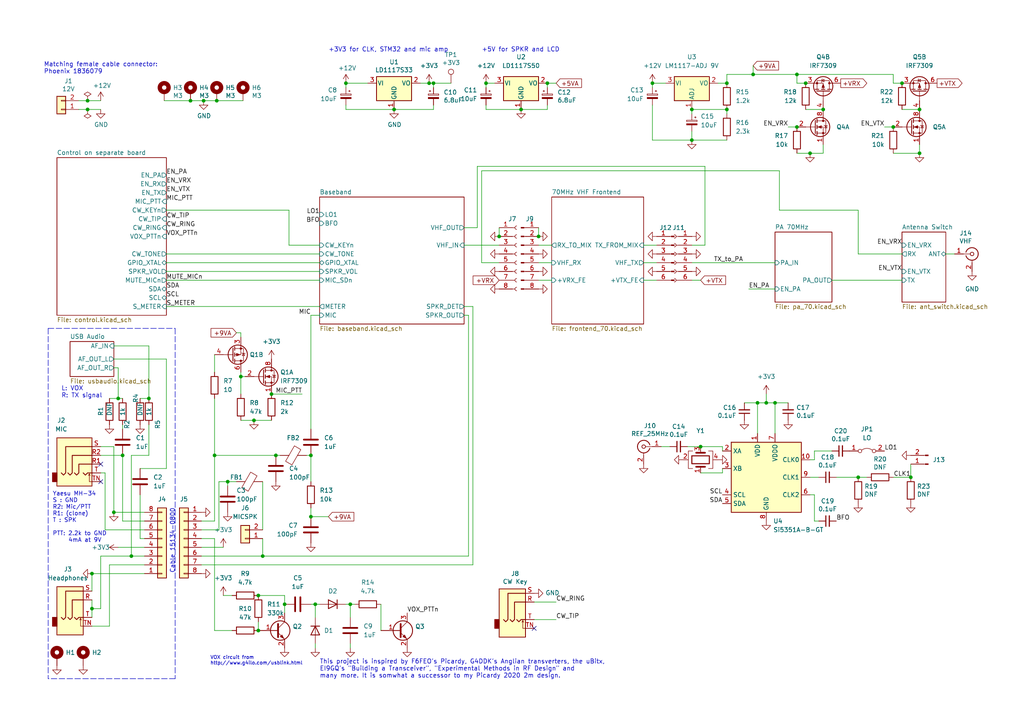
<source format=kicad_sch>
(kicad_sch (version 20211123) (generator eeschema)

  (uuid 7c83c304-769a-4be4-890e-297aba22b5b9)

  (paper "A4")

  (title_block
    (title "DART-70 TRX")
    (date "2023-03-08")
    (rev "0")
    (company "HB9EGM")
    (comment 1 "A 4m Band SSB/CW Transceiver")
  )

  

  (junction (at 222.25 116.84) (diameter 0) (color 0 0 0 0)
    (uuid 03889bb0-530a-4f17-942f-47bdd8c2143b)
  )
  (junction (at 74.93 182.88) (diameter 0) (color 0 0 0 0)
    (uuid 05f1488f-b95d-4647-953a-d2ec7eee61e9)
  )
  (junction (at 233.68 24.13) (diameter 0) (color 0 0 0 0)
    (uuid 0d713598-e0d7-4b64-806d-d27b5ae84128)
  )
  (junction (at 101.6 175.26) (diameter 0) (color 0 0 0 0)
    (uuid 0efaee8b-abcf-47a1-94ab-452bdfc4d10d)
  )
  (junction (at 248.92 138.43) (diameter 0) (color 0 0 0 0)
    (uuid 11ea7b85-b26d-4a7d-aaed-956352284452)
  )
  (junction (at 59.055 29.21) (diameter 0) (color 0 0 0 0)
    (uuid 130d74aa-cfde-4c45-8bfe-183aacd4590f)
  )
  (junction (at 266.7 44.45) (diameter 0) (color 0 0 0 0)
    (uuid 1379c036-b3e0-455b-b639-0f5dd015d03b)
  )
  (junction (at 210.82 24.13) (diameter 0) (color 0 0 0 0)
    (uuid 13b9a948-b29a-4475-8f42-f20ed3ed1c6a)
  )
  (junction (at 125.73 24.13) (diameter 0) (color 0 0 0 0)
    (uuid 1c29ab88-8089-4a9f-b0ec-e0493fb70d1a)
  )
  (junction (at 38.1 161.29) (diameter 0) (color 0 0 0 0)
    (uuid 2002fb77-6ce7-45e9-a078-9e559a07f8f6)
  )
  (junction (at 33.02 148.59) (diameter 0) (color 0 0 0 0)
    (uuid 20373015-10c5-40b5-a9be-5b6825114311)
  )
  (junction (at 231.14 36.83) (diameter 0) (color 0 0 0 0)
    (uuid 2c691037-8de1-4537-a0ef-41ed59613839)
  )
  (junction (at 200.66 31.75) (diameter 0) (color 0 0 0 0)
    (uuid 398ec90b-61af-4d36-9539-63397d126e21)
  )
  (junction (at 156.21 68.58) (diameter 0) (color 0 0 0 0)
    (uuid 3f2e667c-7f64-4e6d-b9b3-bdcde11173db)
  )
  (junction (at 62.23 132.08) (diameter 0) (color 0 0 0 0)
    (uuid 3faced87-a683-4722-a968-6c8f858b2a89)
  )
  (junction (at 210.82 31.75) (diameter 0) (color 0 0 0 0)
    (uuid 4242ccf2-3c4d-4a22-8247-2311c54121ff)
  )
  (junction (at 231.14 21.59) (diameter 0) (color 0 0 0 0)
    (uuid 4750ee37-26c3-426a-a03a-0a50ee4de791)
  )
  (junction (at 55.245 29.21) (diameter 0) (color 0 0 0 0)
    (uuid 48d3528f-d200-4dbf-87c6-2835721afb0e)
  )
  (junction (at 144.78 68.58) (diameter 0) (color 0 0 0 0)
    (uuid 49feb31b-fe70-4f82-99f6-3dbf467a2edc)
  )
  (junction (at 100.33 24.13) (diameter 0) (color 0 0 0 0)
    (uuid 547281cc-eb15-43de-9560-1b10e39a19ed)
  )
  (junction (at 91.44 175.26) (diameter 0) (color 0 0 0 0)
    (uuid 54fc4616-1350-49bf-925e-695b28bb395e)
  )
  (junction (at 238.76 31.75) (diameter 0) (color 0 0 0 0)
    (uuid 5591956a-807b-4208-83a4-6327422e118a)
  )
  (junction (at 26.67 176.53) (diameter 0) (color 0 0 0 0)
    (uuid 6b9394bd-5e58-42ea-a9a4-f58e854aea5c)
  )
  (junction (at 224.79 116.84) (diameter 0) (color 0 0 0 0)
    (uuid 7e67c67f-3a1d-491c-a9ea-d2c0b71576e9)
  )
  (junction (at 69.85 109.22) (diameter 0) (color 0 0 0 0)
    (uuid 8f8b4db5-ccfd-4760-89f5-ba5b4218d486)
  )
  (junction (at 259.08 36.83) (diameter 0) (color 0 0 0 0)
    (uuid 906f16af-3f1b-4545-bda0-18ebce89ce96)
  )
  (junction (at 140.97 24.13) (diameter 0) (color 0 0 0 0)
    (uuid 91bb5e66-90e9-4aff-b233-5b8d53e4ad1c)
  )
  (junction (at 124.46 24.13) (diameter 0) (color 0 0 0 0)
    (uuid 94eb2c38-e244-489c-ba32-44729ff54deb)
  )
  (junction (at 26.67 166.37) (diameter 0) (color 0 0 0 0)
    (uuid 9fb2ca3c-8612-4c01-a40b-6e7e5895a1a0)
  )
  (junction (at 189.23 24.13) (diameter 0) (color 0 0 0 0)
    (uuid a01cdcc4-8ed1-4b36-8702-1b68481a60d9)
  )
  (junction (at 200.66 40.64) (diameter 0) (color 0 0 0 0)
    (uuid a13e5fb2-5800-4421-9e39-63277f01a71d)
  )
  (junction (at 264.16 138.43) (diameter 0) (color 0 0 0 0)
    (uuid a9fed849-c0d2-45ff-802c-7da3e4c52c0a)
  )
  (junction (at 78.74 114.3) (diameter 0) (color 0 0 0 0)
    (uuid aad4a030-3461-4b1e-9322-ba1ad3ac5597)
  )
  (junction (at 25.4 29.21) (diameter 0) (color 0 0 0 0)
    (uuid adc5f7d1-bf98-4196-9716-012c4f4b6a0a)
  )
  (junction (at 114.3 31.75) (diameter 0) (color 0 0 0 0)
    (uuid b0c265f7-c716-45d5-8397-630db4d2cf65)
  )
  (junction (at 218.44 21.59) (diameter 0) (color 0 0 0 0)
    (uuid b48c282b-d280-4718-bf3a-caf683cb767c)
  )
  (junction (at 82.55 175.26) (diameter 0) (color 0 0 0 0)
    (uuid c004f84b-d700-424b-b84c-a145b0082928)
  )
  (junction (at 35.56 132.08) (diameter 0) (color 0 0 0 0)
    (uuid c1ab7d65-d6a4-4014-80e6-4813d19456de)
  )
  (junction (at 74.93 172.72) (diameter 0) (color 0 0 0 0)
    (uuid c53356f3-b76d-4e9b-819d-f464046dcdf2)
  )
  (junction (at 34.29 115.57) (diameter 0) (color 0 0 0 0)
    (uuid cfd0ce93-955b-4a4c-b9df-adb69c4364b8)
  )
  (junction (at 234.95 44.45) (diameter 0) (color 0 0 0 0)
    (uuid d26d0a63-c69d-4774-9fba-12ed686b99f6)
  )
  (junction (at 73.66 121.92) (diameter 0) (color 0 0 0 0)
    (uuid d44ecef8-311a-4d38-9013-95c8299ff6b2)
  )
  (junction (at 62.865 29.21) (diameter 0) (color 0 0 0 0)
    (uuid d4b4dbc7-e763-47b2-a6cb-b5c021db8bcc)
  )
  (junction (at 66.04 139.7) (diameter 0) (color 0 0 0 0)
    (uuid d4c3f5bf-47cb-4030-92b0-bec21d62f389)
  )
  (junction (at 25.4 31.75) (diameter 0) (color 0 0 0 0)
    (uuid d4fc8b6d-311c-464d-9e39-e6d9dd34ed03)
  )
  (junction (at 261.62 24.13) (diameter 0) (color 0 0 0 0)
    (uuid d531b677-92b2-4589-8265-ffb9f0a9f471)
  )
  (junction (at 80.01 132.08) (diameter 0) (color 0 0 0 0)
    (uuid d7ecc3d2-2b6e-4e36-92b9-1b58fb257359)
  )
  (junction (at 90.17 132.08) (diameter 0) (color 0 0 0 0)
    (uuid d9abc64c-b691-4ece-b128-4f1d7b31754f)
  )
  (junction (at 43.18 115.57) (diameter 0) (color 0 0 0 0)
    (uuid e9342213-9707-4d1c-a69f-a3da6fb99c7a)
  )
  (junction (at 158.75 24.13) (diameter 0) (color 0 0 0 0)
    (uuid eb69835d-9be6-45e6-b58c-d2902ddb8fb1)
  )
  (junction (at 266.7 31.75) (diameter 0) (color 0 0 0 0)
    (uuid eeabe6f1-2db7-4eed-bd0c-6e41b390284d)
  )
  (junction (at 90.17 149.86) (diameter 0) (color 0 0 0 0)
    (uuid ef105c45-a454-45c2-badb-d87d915177ef)
  )
  (junction (at 76.2 161.29) (diameter 0) (color 0 0 0 0)
    (uuid f4c650b7-943a-4c93-b622-c1362c969577)
  )
  (junction (at 219.71 116.84) (diameter 0) (color 0 0 0 0)
    (uuid f747ec33-420b-45bc-9778-b4604b083211)
  )
  (junction (at 151.13 31.75) (diameter 0) (color 0 0 0 0)
    (uuid f74be2ca-c140-4c85-937a-a008e4f4ddb7)
  )
  (junction (at 203.2 129.54) (diameter 0) (color 0 0 0 0)
    (uuid f8c9e2c3-818f-482b-ad48-f9fb56a455b0)
  )

  (no_connect (at 29.21 139.7) (uuid 891b06d0-7775-40c2-8d16-5452402b91d5))
  (no_connect (at 154.94 182.245) (uuid 9e56fb84-5b0b-47eb-9ee7-e24e7c08829b))
  (no_connect (at 29.21 134.62) (uuid b2135387-8c57-44ac-8ab3-29b54b43f871))

  (wire (pts (xy 25.4 31.75) (xy 29.21 31.75))
    (stroke (width 0) (type default) (color 0 0 0 0))
    (uuid 002154dd-fd21-426e-8f51-d82382197384)
  )
  (wire (pts (xy 144.78 66.04) (xy 144.78 68.58))
    (stroke (width 0) (type default) (color 0 0 0 0))
    (uuid 002bee17-761d-4946-b10f-f0b42371b19d)
  )
  (wire (pts (xy 248.92 60.96) (xy 248.92 73.66))
    (stroke (width 0) (type default) (color 0 0 0 0))
    (uuid 0051a5cc-b7c8-41b6-8151-8600227de8e2)
  )
  (wire (pts (xy 90.17 132.08) (xy 90.17 139.7))
    (stroke (width 0) (type default) (color 0 0 0 0))
    (uuid 008a59ee-36fb-4f36-a8b0-5cc99b1e8598)
  )
  (wire (pts (xy 248.92 73.66) (xy 261.62 73.66))
    (stroke (width 0) (type default) (color 0 0 0 0))
    (uuid 0116339a-5f0d-4745-a575-44652fb7d9b0)
  )
  (wire (pts (xy 110.49 175.26) (xy 110.49 182.88))
    (stroke (width 0) (type default) (color 0 0 0 0))
    (uuid 025ac572-24f4-4397-b69b-bade669b4c40)
  )
  (wire (pts (xy 83.82 71.12) (xy 83.82 60.96))
    (stroke (width 0) (type default) (color 0 0 0 0))
    (uuid 04508b78-b957-4886-b3fa-3d951fb6452d)
  )
  (wire (pts (xy 236.22 133.35) (xy 234.95 133.35))
    (stroke (width 0) (type default) (color 0 0 0 0))
    (uuid 05f6334e-7131-4999-b788-1681af60d6df)
  )
  (wire (pts (xy 218.44 21.59) (xy 210.82 21.59))
    (stroke (width 0) (type default) (color 0 0 0 0))
    (uuid 09d1af20-c357-48ec-a10f-915c880f15b6)
  )
  (wire (pts (xy 158.75 24.13) (xy 158.75 25.4))
    (stroke (width 0) (type default) (color 0 0 0 0))
    (uuid 09fbb099-19ff-4c9e-b717-ff9eedac992b)
  )
  (wire (pts (xy 140.97 30.48) (xy 140.97 31.75))
    (stroke (width 0) (type default) (color 0 0 0 0))
    (uuid 0a3a19af-7bfa-4df3-9b73-b98420c4a518)
  )
  (wire (pts (xy 55.245 29.21) (xy 59.055 29.21))
    (stroke (width 0) (type default) (color 0 0 0 0))
    (uuid 0aad0e8d-0747-412b-85ac-039bbac4ff5e)
  )
  (wire (pts (xy 266.7 41.91) (xy 266.7 44.45))
    (stroke (width 0) (type default) (color 0 0 0 0))
    (uuid 0b3a2a48-0270-494e-962a-3658a00a0875)
  )
  (wire (pts (xy 226.06 60.96) (xy 248.92 60.96))
    (stroke (width 0) (type default) (color 0 0 0 0))
    (uuid 0bdff19d-fbde-4835-a259-d36d2ec0e6fd)
  )
  (wire (pts (xy 222.25 116.84) (xy 224.79 116.84))
    (stroke (width 0) (type default) (color 0 0 0 0))
    (uuid 0dd7a947-881a-4477-b1f8-b88536ca8809)
  )
  (wire (pts (xy 34.29 106.68) (xy 34.29 115.57))
    (stroke (width 0) (type default) (color 0 0 0 0))
    (uuid 11438643-bdb5-4bc3-97cb-5cea25341657)
  )
  (wire (pts (xy 100.33 24.13) (xy 100.33 25.4))
    (stroke (width 0) (type default) (color 0 0 0 0))
    (uuid 11b5652b-07d3-428f-98d5-c354cf3693b1)
  )
  (wire (pts (xy 140.97 31.75) (xy 151.13 31.75))
    (stroke (width 0) (type default) (color 0 0 0 0))
    (uuid 160e3a4c-588b-4e79-ac75-f98bf80b7e0b)
  )
  (wire (pts (xy 22.86 31.75) (xy 25.4 31.75))
    (stroke (width 0) (type default) (color 0 0 0 0))
    (uuid 174d3312-33d6-4bed-98f6-7ee988ce0253)
  )
  (wire (pts (xy 210.82 31.75) (xy 210.82 33.02))
    (stroke (width 0) (type default) (color 0 0 0 0))
    (uuid 17fc291b-23f9-4de7-9168-978b13dcd03c)
  )
  (wire (pts (xy 63.5 153.67) (xy 63.5 139.7))
    (stroke (width 0) (type default) (color 0 0 0 0))
    (uuid 1869a25a-7405-4101-9da6-55f7c1e87e39)
  )
  (wire (pts (xy 26.67 166.37) (xy 41.91 166.37))
    (stroke (width 0) (type default) (color 0 0 0 0))
    (uuid 1bcf4a11-4c4f-42b8-9e84-ad79d97ffe8f)
  )
  (wire (pts (xy 69.85 96.52) (xy 68.58 96.52))
    (stroke (width 0) (type default) (color 0 0 0 0))
    (uuid 1c42fb18-8951-420c-93b3-b390805a99ab)
  )
  (wire (pts (xy 76.2 156.21) (xy 76.2 161.29))
    (stroke (width 0) (type default) (color 0 0 0 0))
    (uuid 1c9f0aaa-a7f3-4c99-ac2e-10f6713b49b4)
  )
  (wire (pts (xy 74.93 172.72) (xy 82.55 172.72))
    (stroke (width 0) (type default) (color 0 0 0 0))
    (uuid 1d4132f7-1f35-449b-a4a4-451bd4dc48ab)
  )
  (wire (pts (xy 41.91 148.59) (xy 33.02 148.59))
    (stroke (width 0) (type default) (color 0 0 0 0))
    (uuid 216cd782-5819-4b5e-931f-7587d15e2161)
  )
  (wire (pts (xy 82.55 177.8) (xy 82.55 175.26))
    (stroke (width 0) (type default) (color 0 0 0 0))
    (uuid 219438ca-bd57-4fea-aeb4-810d77461a18)
  )
  (wire (pts (xy 193.04 24.13) (xy 189.23 24.13))
    (stroke (width 0) (type default) (color 0 0 0 0))
    (uuid 2199bdfc-0462-4363-af5e-16d8e19d600a)
  )
  (polyline (pts (xy 13.97 95.25) (xy 50.8 95.25))
    (stroke (width 0) (type default) (color 0 0 0 0))
    (uuid 246d8c70-0329-4f4d-9351-49df120458af)
  )

  (wire (pts (xy 73.66 121.92) (xy 78.74 121.92))
    (stroke (width 0) (type default) (color 0 0 0 0))
    (uuid 25eb4e9a-a9bc-41d9-ba86-5c87b9db25c8)
  )
  (wire (pts (xy 100.33 24.13) (xy 106.68 24.13))
    (stroke (width 0) (type default) (color 0 0 0 0))
    (uuid 28eca374-9b5c-4480-a1a6-52ddcbb57db2)
  )
  (wire (pts (xy 40.64 115.57) (xy 43.18 115.57))
    (stroke (width 0) (type default) (color 0 0 0 0))
    (uuid 2a3464a0-2ccd-434c-8817-4d7a2f14c67a)
  )
  (wire (pts (xy 234.95 138.43) (xy 237.49 138.43))
    (stroke (width 0) (type default) (color 0 0 0 0))
    (uuid 2a86319a-5a94-4745-ad80-6b5c02f72e82)
  )
  (wire (pts (xy 43.18 100.33) (xy 33.02 100.33))
    (stroke (width 0) (type default) (color 0 0 0 0))
    (uuid 2da3100d-2e28-4a7b-925a-cb4dad81d852)
  )
  (wire (pts (xy 158.75 24.13) (xy 161.29 24.13))
    (stroke (width 0) (type default) (color 0 0 0 0))
    (uuid 2ea38bc3-7d3b-428e-a271-404ee98e752b)
  )
  (wire (pts (xy 135.89 91.44) (xy 135.89 161.29))
    (stroke (width 0) (type default) (color 0 0 0 0))
    (uuid 2f9b686c-0a8f-432b-9e90-c788e62691c6)
  )
  (wire (pts (xy 200.66 40.64) (xy 210.82 40.64))
    (stroke (width 0) (type default) (color 0 0 0 0))
    (uuid 33f01d9a-6abc-40a9-9b6b-d34bddbf731f)
  )
  (wire (pts (xy 256.54 36.83) (xy 259.08 36.83))
    (stroke (width 0) (type default) (color 0 0 0 0))
    (uuid 345987da-5aa5-4c5e-90e1-ddf0086ed5fb)
  )
  (wire (pts (xy 58.42 161.29) (xy 76.2 161.29))
    (stroke (width 0) (type default) (color 0 0 0 0))
    (uuid 361f9eaf-2e29-4825-b35a-439064c6d2db)
  )
  (wire (pts (xy 91.44 175.26) (xy 92.71 175.26))
    (stroke (width 0) (type default) (color 0 0 0 0))
    (uuid 36854e14-46fb-4279-bf79-0322ad1da42a)
  )
  (wire (pts (xy 62.23 102.87) (xy 62.23 107.95))
    (stroke (width 0) (type default) (color 0 0 0 0))
    (uuid 3729b657-384d-440e-9b38-b75590f72741)
  )
  (wire (pts (xy 139.7 76.2) (xy 144.78 76.2))
    (stroke (width 0) (type default) (color 0 0 0 0))
    (uuid 3a4811bf-b539-4978-b0d8-fe47f179161b)
  )
  (wire (pts (xy 67.31 172.72) (xy 64.77 172.72))
    (stroke (width 0) (type default) (color 0 0 0 0))
    (uuid 3cddbb36-7343-44a2-9871-f6b2e73f7d17)
  )
  (wire (pts (xy 134.62 66.04) (xy 138.43 66.04))
    (stroke (width 0) (type default) (color 0 0 0 0))
    (uuid 3ee41aac-558c-43a3-a816-e31001ae8352)
  )
  (wire (pts (xy 48.26 76.2) (xy 92.71 76.2))
    (stroke (width 0) (type default) (color 0 0 0 0))
    (uuid 3eeccf02-360d-4377-89f3-2458946d5853)
  )
  (wire (pts (xy 62.23 156.21) (xy 62.23 182.88))
    (stroke (width 0) (type default) (color 0 0 0 0))
    (uuid 401f2d1f-acc6-4e14-9963-49ecb3bd4627)
  )
  (wire (pts (xy 158.75 31.75) (xy 151.13 31.75))
    (stroke (width 0) (type default) (color 0 0 0 0))
    (uuid 443127ca-ab31-4ac0-90cc-723625487807)
  )
  (wire (pts (xy 208.28 24.13) (xy 210.82 24.13))
    (stroke (width 0) (type default) (color 0 0 0 0))
    (uuid 4435e8ff-b63e-4b32-81db-49caa0dd6c5f)
  )
  (wire (pts (xy 69.85 107.95) (xy 69.85 109.22))
    (stroke (width 0) (type default) (color 0 0 0 0))
    (uuid 469d1dea-56e9-4051-acba-b2ec5e9a2c33)
  )
  (wire (pts (xy 58.42 158.75) (xy 64.77 158.75))
    (stroke (width 0) (type default) (color 0 0 0 0))
    (uuid 48a3ede4-2797-4e66-9278-9cd056144dbb)
  )
  (wire (pts (xy 62.23 115.57) (xy 62.23 132.08))
    (stroke (width 0) (type default) (color 0 0 0 0))
    (uuid 496b1a5f-d49c-4515-8e6b-7fb584585bdd)
  )
  (polyline (pts (xy 50.8 95.25) (xy 50.8 196.85))
    (stroke (width 0) (type default) (color 0 0 0 0))
    (uuid 4b105a5f-5ed5-49ae-8bb9-f1d8c5566b50)
  )

  (wire (pts (xy 210.82 21.59) (xy 210.82 24.13))
    (stroke (width 0) (type default) (color 0 0 0 0))
    (uuid 4c57c394-f97c-4a0b-80d4-0b5157781c3b)
  )
  (wire (pts (xy 76.2 161.29) (xy 135.89 161.29))
    (stroke (width 0) (type default) (color 0 0 0 0))
    (uuid 4d2c10b1-9329-409f-bc4d-94aebd58963e)
  )
  (wire (pts (xy 261.62 31.75) (xy 266.7 31.75))
    (stroke (width 0) (type default) (color 0 0 0 0))
    (uuid 4d5acc98-17ff-4e60-af52-349a1269dddf)
  )
  (wire (pts (xy 139.7 49.53) (xy 139.7 76.2))
    (stroke (width 0) (type default) (color 0 0 0 0))
    (uuid 4ecfe5c5-d7fc-4d05-be28-1ed42c507ec3)
  )
  (wire (pts (xy 219.71 116.84) (xy 222.25 116.84))
    (stroke (width 0) (type default) (color 0 0 0 0))
    (uuid 5130484e-13a2-434f-935d-3be30d7a93c9)
  )
  (wire (pts (xy 156.21 81.28) (xy 160.02 81.28))
    (stroke (width 0) (type default) (color 0 0 0 0))
    (uuid 52d9d6dd-4266-418b-bf9a-446977053e6f)
  )
  (wire (pts (xy 29.21 161.29) (xy 29.21 176.53))
    (stroke (width 0) (type default) (color 0 0 0 0))
    (uuid 53bb37bd-6ad6-430f-b5e5-21e40448d528)
  )
  (wire (pts (xy 29.21 176.53) (xy 26.67 176.53))
    (stroke (width 0) (type default) (color 0 0 0 0))
    (uuid 568b5dd5-7629-4c3d-9388-eaa54c2762b1)
  )
  (wire (pts (xy 47.625 29.21) (xy 55.245 29.21))
    (stroke (width 0) (type default) (color 0 0 0 0))
    (uuid 579d81c4-8fa6-40d5-b99a-d160787b45b9)
  )
  (wire (pts (xy 58.42 163.83) (xy 137.16 163.83))
    (stroke (width 0) (type default) (color 0 0 0 0))
    (uuid 57be2951-306e-483f-b29a-c5289beae3a0)
  )
  (wire (pts (xy 58.42 153.67) (xy 63.5 153.67))
    (stroke (width 0) (type default) (color 0 0 0 0))
    (uuid 58e4fb93-6235-473b-af92-bf79be065bda)
  )
  (wire (pts (xy 204.47 48.26) (xy 204.47 71.12))
    (stroke (width 0) (type default) (color 0 0 0 0))
    (uuid 5a05460d-15bc-4058-86e6-a6bff5598db7)
  )
  (wire (pts (xy 218.44 19.05) (xy 218.44 21.59))
    (stroke (width 0) (type default) (color 0 0 0 0))
    (uuid 5afca071-0542-406b-83f5-f8ed30e05c4c)
  )
  (wire (pts (xy 138.43 48.26) (xy 204.47 48.26))
    (stroke (width 0) (type default) (color 0 0 0 0))
    (uuid 5c0ae8f2-fb0b-4cbf-bd78-f6131c18140d)
  )
  (wire (pts (xy 134.62 91.44) (xy 135.89 91.44))
    (stroke (width 0) (type default) (color 0 0 0 0))
    (uuid 5c0d735a-ca1c-4202-8faf-02e515d1181f)
  )
  (wire (pts (xy 259.08 21.59) (xy 231.14 21.59))
    (stroke (width 0) (type default) (color 0 0 0 0))
    (uuid 5ea05504-bb96-4847-90cf-26cb1afd4244)
  )
  (wire (pts (xy 91.44 175.26) (xy 91.44 179.07))
    (stroke (width 0) (type default) (color 0 0 0 0))
    (uuid 5ed02c6b-f3b8-4641-86b2-3c4cac92a5b4)
  )
  (wire (pts (xy 101.6 186.69) (xy 101.6 187.96))
    (stroke (width 0) (type default) (color 0 0 0 0))
    (uuid 5ed5b405-912e-49a2-adbb-ff35d95f4100)
  )
  (wire (pts (xy 76.2 139.7) (xy 76.2 153.67))
    (stroke (width 0) (type default) (color 0 0 0 0))
    (uuid 601c5479-68c8-4d7c-bbde-860bd11a7597)
  )
  (wire (pts (xy 38.1 161.29) (xy 29.21 161.29))
    (stroke (width 0) (type default) (color 0 0 0 0))
    (uuid 6062b414-90cb-4cef-839a-25d90087f1b4)
  )
  (wire (pts (xy 38.1 132.08) (xy 43.18 132.08))
    (stroke (width 0) (type default) (color 0 0 0 0))
    (uuid 60d27bb0-faad-48a9-89c1-b059b592a640)
  )
  (wire (pts (xy 35.56 151.13) (xy 41.91 151.13))
    (stroke (width 0) (type default) (color 0 0 0 0))
    (uuid 6123b0cd-d677-4963-a353-8d6b35692422)
  )
  (polyline (pts (xy 50.8 196.85) (xy 13.97 196.85))
    (stroke (width 0) (type default) (color 0 0 0 0))
    (uuid 6188cf07-9c8d-498a-9db9-9718888dfe39)
  )

  (wire (pts (xy 124.46 24.13) (xy 125.73 24.13))
    (stroke (width 0) (type default) (color 0 0 0 0))
    (uuid 63da3512-bd51-489d-833d-20bce6d76019)
  )
  (wire (pts (xy 241.3 130.81) (xy 236.22 130.81))
    (stroke (width 0) (type default) (color 0 0 0 0))
    (uuid 64e90390-0f4c-4cc1-bafa-363ce23516e9)
  )
  (wire (pts (xy 236.22 151.13) (xy 236.22 143.51))
    (stroke (width 0) (type default) (color 0 0 0 0))
    (uuid 65dd0601-a23d-4c5d-b924-966fc498cbfc)
  )
  (wire (pts (xy 238.76 44.45) (xy 234.95 44.45))
    (stroke (width 0) (type default) (color 0 0 0 0))
    (uuid 67fd7240-7a2e-4504-8c70-47b3112c634e)
  )
  (wire (pts (xy 26.67 166.37) (xy 26.67 171.45))
    (stroke (width 0) (type default) (color 0 0 0 0))
    (uuid 696f862b-a951-463f-ad29-011c067090d6)
  )
  (wire (pts (xy 48.26 104.14) (xy 33.02 104.14))
    (stroke (width 0) (type default) (color 0 0 0 0))
    (uuid 699ac08c-f9a3-4116-bed2-dc98ffb5b3a1)
  )
  (wire (pts (xy 236.22 143.51) (xy 234.95 143.51))
    (stroke (width 0) (type default) (color 0 0 0 0))
    (uuid 699bee8c-8bc3-4aa6-b4ed-0aa4d255078a)
  )
  (wire (pts (xy 38.1 161.29) (xy 38.1 132.08))
    (stroke (width 0) (type default) (color 0 0 0 0))
    (uuid 6ac2f4eb-9300-4682-9dca-8ec36d45a0ab)
  )
  (wire (pts (xy 224.79 116.84) (xy 224.79 125.73))
    (stroke (width 0) (type default) (color 0 0 0 0))
    (uuid 6b09c60c-c53b-47dd-b8b8-94f682cd2086)
  )
  (wire (pts (xy 58.42 151.13) (xy 62.23 151.13))
    (stroke (width 0) (type default) (color 0 0 0 0))
    (uuid 6cc72bfd-2651-4e90-af42-5d6cec3950c1)
  )
  (wire (pts (xy 156.21 66.04) (xy 156.21 68.58))
    (stroke (width 0) (type default) (color 0 0 0 0))
    (uuid 6d63f93a-5c70-4c67-8eef-6977db41fdd0)
  )
  (wire (pts (xy 26.67 173.99) (xy 26.67 176.53))
    (stroke (width 0) (type default) (color 0 0 0 0))
    (uuid 7019dafb-64b4-4e22-837e-9f37341a0157)
  )
  (wire (pts (xy 48.26 78.74) (xy 92.71 78.74))
    (stroke (width 0) (type default) (color 0 0 0 0))
    (uuid 73062404-be1b-4744-bd1e-9e3d624b8fb3)
  )
  (wire (pts (xy 66.04 139.7) (xy 68.58 139.7))
    (stroke (width 0) (type default) (color 0 0 0 0))
    (uuid 735e33ba-0601-4acb-983d-1656020ec14e)
  )
  (wire (pts (xy 259.08 24.13) (xy 261.62 24.13))
    (stroke (width 0) (type default) (color 0 0 0 0))
    (uuid 73697aae-1f79-401a-bdaa-9ebc2f2340de)
  )
  (wire (pts (xy 140.97 24.13) (xy 140.97 25.4))
    (stroke (width 0) (type default) (color 0 0 0 0))
    (uuid 7471700d-9a5d-406e-b9fc-bdeed49379fa)
  )
  (wire (pts (xy 25.4 29.21) (xy 29.21 29.21))
    (stroke (width 0) (type default) (color 0 0 0 0))
    (uuid 74760d5b-303c-4603-ac2e-6b5209546581)
  )
  (polyline (pts (xy 13.97 95.25) (xy 13.97 196.85))
    (stroke (width 0) (type default) (color 0 0 0 0))
    (uuid 74e37401-14d3-4e3c-84ed-7ddb4d75b44f)
  )

  (wire (pts (xy 29.21 129.54) (xy 33.02 129.54))
    (stroke (width 0) (type default) (color 0 0 0 0))
    (uuid 754f923b-5aa7-4d87-b589-d53346af6023)
  )
  (wire (pts (xy 62.23 182.88) (xy 67.31 182.88))
    (stroke (width 0) (type default) (color 0 0 0 0))
    (uuid 77cc857c-e045-46ac-921a-7b86818ca625)
  )
  (wire (pts (xy 35.56 115.57) (xy 34.29 115.57))
    (stroke (width 0) (type default) (color 0 0 0 0))
    (uuid 77f72719-5749-425e-bce5-65a592ff824f)
  )
  (wire (pts (xy 156.21 76.2) (xy 160.02 76.2))
    (stroke (width 0) (type default) (color 0 0 0 0))
    (uuid 7887f659-7796-4d20-b8ec-45fe37db4d3b)
  )
  (wire (pts (xy 22.86 29.21) (xy 25.4 29.21))
    (stroke (width 0) (type default) (color 0 0 0 0))
    (uuid 79aced1b-30d4-4883-86bf-8a38d664736a)
  )
  (wire (pts (xy 134.62 71.12) (xy 144.78 71.12))
    (stroke (width 0) (type default) (color 0 0 0 0))
    (uuid 7b959fed-4370-4448-9d17-fbc4f5703c60)
  )
  (wire (pts (xy 31.75 115.57) (xy 34.29 115.57))
    (stroke (width 0) (type default) (color 0 0 0 0))
    (uuid 7c8f4fb6-d76c-4fd6-89a0-af30aa8d7cb9)
  )
  (wire (pts (xy 242.57 138.43) (xy 248.92 138.43))
    (stroke (width 0) (type default) (color 0 0 0 0))
    (uuid 7d4200e5-e280-4699-af56-048ba84247d3)
  )
  (wire (pts (xy 81.28 132.08) (xy 80.01 132.08))
    (stroke (width 0) (type default) (color 0 0 0 0))
    (uuid 7fcd6903-4017-464e-a708-1e51b67dd39f)
  )
  (wire (pts (xy 90.17 149.86) (xy 95.25 149.86))
    (stroke (width 0) (type default) (color 0 0 0 0))
    (uuid 816e41e9-8ef8-4e70-a70f-02175bdc97c4)
  )
  (wire (pts (xy 234.95 44.45) (xy 231.14 44.45))
    (stroke (width 0) (type default) (color 0 0 0 0))
    (uuid 86c60f4b-4421-4865-beff-ed93adca8ac2)
  )
  (wire (pts (xy 186.69 76.2) (xy 190.5 76.2))
    (stroke (width 0) (type default) (color 0 0 0 0))
    (uuid 89f5cd17-8501-4243-bc98-0e8a1aab3a95)
  )
  (wire (pts (xy 69.85 109.22) (xy 69.85 114.3))
    (stroke (width 0) (type default) (color 0 0 0 0))
    (uuid 8a096409-910f-4b78-890d-9e8768ba72ab)
  )
  (wire (pts (xy 237.49 151.13) (xy 236.22 151.13))
    (stroke (width 0) (type default) (color 0 0 0 0))
    (uuid 8e0abe23-8e7e-48a9-af11-f26197bd8fbf)
  )
  (wire (pts (xy 74.93 180.34) (xy 74.93 182.88))
    (stroke (width 0) (type default) (color 0 0 0 0))
    (uuid 8f1ab95b-1867-4005-8242-092f60cbfea5)
  )
  (wire (pts (xy 189.23 30.48) (xy 189.23 40.64))
    (stroke (width 0) (type default) (color 0 0 0 0))
    (uuid 8f5c2a3a-b2da-434e-8810-9da52a5e413a)
  )
  (wire (pts (xy 29.21 132.08) (xy 35.56 132.08))
    (stroke (width 0) (type default) (color 0 0 0 0))
    (uuid 8fe92221-afec-47ce-a89d-2a3cf937d9a2)
  )
  (wire (pts (xy 35.56 123.19) (xy 35.56 124.46))
    (stroke (width 0) (type default) (color 0 0 0 0))
    (uuid 900073c8-27f0-4864-bec9-14e524ac2d69)
  )
  (wire (pts (xy 134.62 88.9) (xy 137.16 88.9))
    (stroke (width 0) (type default) (color 0 0 0 0))
    (uuid 906c4fbb-4fdd-48c5-aa07-85c56299e46a)
  )
  (wire (pts (xy 90.17 147.32) (xy 90.17 149.86))
    (stroke (width 0) (type default) (color 0 0 0 0))
    (uuid 91c438b1-678d-4a85-be0e-771bfbc58931)
  )
  (wire (pts (xy 233.68 31.75) (xy 238.76 31.75))
    (stroke (width 0) (type default) (color 0 0 0 0))
    (uuid 92dfb53a-5556-47b1-8088-214aebbc803d)
  )
  (wire (pts (xy 92.71 91.44) (xy 90.17 91.44))
    (stroke (width 0) (type default) (color 0 0 0 0))
    (uuid 935427ba-97bd-4319-b38c-51b473619c8a)
  )
  (wire (pts (xy 158.75 30.48) (xy 158.75 31.75))
    (stroke (width 0) (type default) (color 0 0 0 0))
    (uuid 96e30a9c-78b6-4d1a-bc72-6cbdc7743876)
  )
  (wire (pts (xy 90.17 91.44) (xy 90.17 124.46))
    (stroke (width 0) (type default) (color 0 0 0 0))
    (uuid 9792cf44-3261-4d9f-8ae0-31fdeec0dc70)
  )
  (wire (pts (xy 48.26 104.14) (xy 48.26 135.89))
    (stroke (width 0) (type default) (color 0 0 0 0))
    (uuid 97d2bbd2-62fb-416d-98c5-fe5f0ab9820d)
  )
  (wire (pts (xy 35.56 151.13) (xy 35.56 132.08))
    (stroke (width 0) (type default) (color 0 0 0 0))
    (uuid 98ea83ac-41c6-4b7d-be63-41372bbd6e24)
  )
  (wire (pts (xy 100.33 30.48) (xy 100.33 31.75))
    (stroke (width 0) (type default) (color 0 0 0 0))
    (uuid 99f8394d-1325-4f0e-9ed0-19dceab6e1f9)
  )
  (wire (pts (xy 62.23 132.08) (xy 80.01 132.08))
    (stroke (width 0) (type default) (color 0 0 0 0))
    (uuid 9c3d736f-f850-40b5-83bf-bf71ce2d8e7c)
  )
  (wire (pts (xy 186.69 71.12) (xy 190.5 71.12))
    (stroke (width 0) (type default) (color 0 0 0 0))
    (uuid 9d00ede8-7480-44d8-b21e-d16dd17b75ac)
  )
  (wire (pts (xy 228.6 116.84) (xy 224.79 116.84))
    (stroke (width 0) (type default) (color 0 0 0 0))
    (uuid 9d3a7a2b-8bae-4d82-8634-16a99f57e389)
  )
  (wire (pts (xy 33.02 129.54) (xy 33.02 148.59))
    (stroke (width 0) (type default) (color 0 0 0 0))
    (uuid 9d5b6cd8-17f0-45de-b87b-5c8a0bd4db14)
  )
  (wire (pts (xy 228.6 36.83) (xy 231.14 36.83))
    (stroke (width 0) (type default) (color 0 0 0 0))
    (uuid a057c374-c462-4764-bd16-2c00eef92afa)
  )
  (wire (pts (xy 48.26 81.28) (xy 92.71 81.28))
    (stroke (width 0) (type default) (color 0 0 0 0))
    (uuid a1864b64-1865-4240-b098-5056fb759def)
  )
  (wire (pts (xy 154.94 174.625) (xy 161.29 174.625))
    (stroke (width 0) (type default) (color 0 0 0 0))
    (uuid a1abde39-78d5-402d-bb1c-75243c61d29b)
  )
  (wire (pts (xy 222.25 114.3) (xy 222.25 116.84))
    (stroke (width 0) (type default) (color 0 0 0 0))
    (uuid a39008b0-0dd6-44dc-b176-ab03b6874ae7)
  )
  (wire (pts (xy 274.32 73.66) (xy 276.86 73.66))
    (stroke (width 0) (type default) (color 0 0 0 0))
    (uuid a43beeeb-0d60-44c9-bc6b-40c9e75459e8)
  )
  (wire (pts (xy 34.29 106.68) (xy 33.02 106.68))
    (stroke (width 0) (type default) (color 0 0 0 0))
    (uuid a4b3b03c-531f-4aa0-9daa-5345dfa6fc41)
  )
  (wire (pts (xy 88.9 132.08) (xy 90.17 132.08))
    (stroke (width 0) (type default) (color 0 0 0 0))
    (uuid a5f4f26e-4b82-496f-b7bb-4ed4211f8100)
  )
  (wire (pts (xy 100.33 31.75) (xy 114.3 31.75))
    (stroke (width 0) (type default) (color 0 0 0 0))
    (uuid a69bb6f5-978b-49bb-9446-4ec9cfe4501e)
  )
  (wire (pts (xy 82.55 175.26) (xy 82.55 172.72))
    (stroke (width 0) (type default) (color 0 0 0 0))
    (uuid a6baa060-c82d-461a-96f5-4f21d73265a4)
  )
  (wire (pts (xy 259.08 21.59) (xy 259.08 24.13))
    (stroke (width 0) (type default) (color 0 0 0 0))
    (uuid a7349b87-3477-4ba5-bc62-3587f94ab817)
  )
  (wire (pts (xy 66.04 140.97) (xy 66.04 139.7))
    (stroke (width 0) (type default) (color 0 0 0 0))
    (uuid a8d341ec-3332-4d82-8a1f-e52e32f564f1)
  )
  (wire (pts (xy 63.5 139.7) (xy 66.04 139.7))
    (stroke (width 0) (type default) (color 0 0 0 0))
    (uuid a9276ad3-2500-44c6-895a-e842a0033021)
  )
  (wire (pts (xy 40.64 143.51) (xy 40.64 156.21))
    (stroke (width 0) (type default) (color 0 0 0 0))
    (uuid a97e4f3d-f371-47f1-8ee9-cbe61c23c759)
  )
  (wire (pts (xy 30.48 153.67) (xy 30.48 137.16))
    (stroke (width 0) (type default) (color 0 0 0 0))
    (uuid a99a526a-0727-4d5d-b793-47c299fd72ba)
  )
  (wire (pts (xy 69.85 97.79) (xy 69.85 96.52))
    (stroke (width 0) (type default) (color 0 0 0 0))
    (uuid ab033de2-6886-4e4c-b9c3-21d6481b406d)
  )
  (wire (pts (xy 138.43 66.04) (xy 138.43 48.26))
    (stroke (width 0) (type default) (color 0 0 0 0))
    (uuid ad195d4d-ed76-4a26-ac30-01da417bd64b)
  )
  (wire (pts (xy 69.85 109.22) (xy 71.12 109.22))
    (stroke (width 0) (type default) (color 0 0 0 0))
    (uuid ad4538db-3731-4206-9c84-06101425be48)
  )
  (wire (pts (xy 231.14 21.59) (xy 218.44 21.59))
    (stroke (width 0) (type default) (color 0 0 0 0))
    (uuid ad76707e-1f2e-4941-86a0-50951acd24bc)
  )
  (wire (pts (xy 91.44 186.69) (xy 91.44 187.96))
    (stroke (width 0) (type default) (color 0 0 0 0))
    (uuid add05f6f-edf6-4631-b6b3-35897f9e8c7b)
  )
  (wire (pts (xy 189.23 40.64) (xy 200.66 40.64))
    (stroke (width 0) (type default) (color 0 0 0 0))
    (uuid aed0a299-8aa6-4a50-b993-c38efe5fdd7a)
  )
  (wire (pts (xy 217.17 83.82) (xy 224.79 83.82))
    (stroke (width 0) (type default) (color 0 0 0 0))
    (uuid b056317e-32ca-4f2d-b310-fc1492cc5060)
  )
  (wire (pts (xy 43.18 100.33) (xy 43.18 115.57))
    (stroke (width 0) (type default) (color 0 0 0 0))
    (uuid b0cf214e-d0ed-484b-ba79-187612ebeeb9)
  )
  (wire (pts (xy 90.17 175.26) (xy 91.44 175.26))
    (stroke (width 0) (type default) (color 0 0 0 0))
    (uuid b1a62f88-404d-483f-bb63-16c8188b4f3a)
  )
  (wire (pts (xy 189.23 24.13) (xy 189.23 25.4))
    (stroke (width 0) (type default) (color 0 0 0 0))
    (uuid b1ea2466-2371-4b96-9289-6c42e0f0b899)
  )
  (wire (pts (xy 62.23 151.13) (xy 62.23 132.08))
    (stroke (width 0) (type default) (color 0 0 0 0))
    (uuid b32653e4-7801-40ea-b61b-f0311c01d3b4)
  )
  (wire (pts (xy 266.7 44.45) (xy 259.08 44.45))
    (stroke (width 0) (type default) (color 0 0 0 0))
    (uuid b5cbe891-dcdf-4951-8f0a-b2c28e4293cd)
  )
  (wire (pts (xy 58.42 156.21) (xy 62.23 156.21))
    (stroke (width 0) (type default) (color 0 0 0 0))
    (uuid b66c197d-a987-4d64-bb63-7ddb1a72d7fd)
  )
  (wire (pts (xy 34.29 158.75) (xy 41.91 158.75))
    (stroke (width 0) (type default) (color 0 0 0 0))
    (uuid ba048e1d-485f-4106-8eb8-8f2566ae855d)
  )
  (wire (pts (xy 101.6 175.26) (xy 102.87 175.26))
    (stroke (width 0) (type default) (color 0 0 0 0))
    (uuid ba28163c-9ab2-44c5-b089-1433660941d6)
  )
  (wire (pts (xy 231.14 24.13) (xy 233.68 24.13))
    (stroke (width 0) (type default) (color 0 0 0 0))
    (uuid bb78f99c-6783-4afe-a661-68817d4180ab)
  )
  (wire (pts (xy 236.22 130.81) (xy 236.22 133.35))
    (stroke (width 0) (type default) (color 0 0 0 0))
    (uuid bcb20d96-4c0e-4c98-a263-0cdd41ab15e5)
  )
  (wire (pts (xy 200.66 38.1) (xy 200.66 40.64))
    (stroke (width 0) (type default) (color 0 0 0 0))
    (uuid bda7a16e-b931-4d51-b769-ff5809beef5f)
  )
  (wire (pts (xy 48.26 60.96) (xy 83.82 60.96))
    (stroke (width 0) (type default) (color 0 0 0 0))
    (uuid bfce1213-d511-4811-bc9d-beb994b8b9fe)
  )
  (wire (pts (xy 31.75 163.83) (xy 31.75 181.61))
    (stroke (width 0) (type default) (color 0 0 0 0))
    (uuid c0738ee3-5ef6-48be-9a20-f10b8cdc3a6d)
  )
  (wire (pts (xy 41.91 161.29) (xy 38.1 161.29))
    (stroke (width 0) (type default) (color 0 0 0 0))
    (uuid c12b5903-2f75-49c3-8332-69e02fb1aff7)
  )
  (wire (pts (xy 41.91 156.21) (xy 40.64 156.21))
    (stroke (width 0) (type default) (color 0 0 0 0))
    (uuid c13eaffb-5c39-4e48-8c42-cc2bcee712b4)
  )
  (wire (pts (xy 219.71 116.84) (xy 219.71 125.73))
    (stroke (width 0) (type default) (color 0 0 0 0))
    (uuid c24d03f2-5bff-4d74-88e5-481cd2f1e035)
  )
  (wire (pts (xy 264.16 138.43) (xy 264.16 134.62))
    (stroke (width 0) (type default) (color 0 0 0 0))
    (uuid c48e879f-0b64-4f86-a8cf-003dbff29c4e)
  )
  (wire (pts (xy 226.06 49.53) (xy 226.06 60.96))
    (stroke (width 0) (type default) (color 0 0 0 0))
    (uuid c4edda47-532d-4e95-9fc8-38bd0ed58dfb)
  )
  (wire (pts (xy 137.16 88.9) (xy 137.16 163.83))
    (stroke (width 0) (type default) (color 0 0 0 0))
    (uuid c5747d63-7293-4c9e-a6a4-eaa0310e86ea)
  )
  (wire (pts (xy 186.69 81.28) (xy 190.5 81.28))
    (stroke (width 0) (type default) (color 0 0 0 0))
    (uuid c64a6907-65ea-4d9f-8271-b12257b06b60)
  )
  (wire (pts (xy 251.46 138.43) (xy 248.92 138.43))
    (stroke (width 0) (type default) (color 0 0 0 0))
    (uuid cbbfb5e5-7e85-4367-b6a7-9b21fc6d9e17)
  )
  (wire (pts (xy 139.7 49.53) (xy 226.06 49.53))
    (stroke (width 0) (type default) (color 0 0 0 0))
    (uuid cbd19eae-411c-4ba9-9265-3a6ab1b93364)
  )
  (wire (pts (xy 203.2 137.16) (xy 209.55 137.16))
    (stroke (width 0) (type default) (color 0 0 0 0))
    (uuid cc89f37d-2221-4ee8-a763-21432c733f93)
  )
  (wire (pts (xy 121.92 24.13) (xy 124.46 24.13))
    (stroke (width 0) (type default) (color 0 0 0 0))
    (uuid cdc3b2bb-9f60-476c-ac94-bf550b6e7b5e)
  )
  (wire (pts (xy 238.76 41.91) (xy 238.76 44.45))
    (stroke (width 0) (type default) (color 0 0 0 0))
    (uuid cdf8245b-2e03-441d-8536-8e14a3d0d2ff)
  )
  (wire (pts (xy 215.9 116.84) (xy 219.71 116.84))
    (stroke (width 0) (type default) (color 0 0 0 0))
    (uuid ceb52c7a-a12c-449a-be98-109b3a3bd409)
  )
  (wire (pts (xy 41.91 163.83) (xy 31.75 163.83))
    (stroke (width 0) (type default) (color 0 0 0 0))
    (uuid d1791382-8e9e-408d-8461-11f5ded4ad48)
  )
  (wire (pts (xy 203.2 81.28) (xy 200.66 81.28))
    (stroke (width 0) (type default) (color 0 0 0 0))
    (uuid d3a84e57-57ed-4e86-bbef-110f27537e2d)
  )
  (wire (pts (xy 101.6 175.26) (xy 100.33 175.26))
    (stroke (width 0) (type default) (color 0 0 0 0))
    (uuid d45f846b-c301-44d2-87d8-543fb71fc96f)
  )
  (wire (pts (xy 209.55 129.54) (xy 209.55 130.81))
    (stroke (width 0) (type default) (color 0 0 0 0))
    (uuid d51dda35-7a1a-4d41-817a-7bb1f7f6ffd4)
  )
  (wire (pts (xy 125.73 24.13) (xy 130.81 24.13))
    (stroke (width 0) (type default) (color 0 0 0 0))
    (uuid d525e71e-c2ed-4851-a87b-7438f67fb580)
  )
  (wire (pts (xy 59.055 29.21) (xy 62.865 29.21))
    (stroke (width 0) (type default) (color 0 0 0 0))
    (uuid d5d26400-826e-40a5-a7b1-6a9ebbaedfb4)
  )
  (wire (pts (xy 204.47 71.12) (xy 200.66 71.12))
    (stroke (width 0) (type default) (color 0 0 0 0))
    (uuid d6359d4b-1c12-4663-b116-45be3135a185)
  )
  (wire (pts (xy 241.3 81.28) (xy 261.62 81.28))
    (stroke (width 0) (type default) (color 0 0 0 0))
    (uuid dd34928a-03c5-4a5d-a033-92155af70ac7)
  )
  (wire (pts (xy 140.97 24.13) (xy 143.51 24.13))
    (stroke (width 0) (type default) (color 0 0 0 0))
    (uuid dd927172-6a9a-406f-a951-4e7f78cebb7b)
  )
  (wire (pts (xy 101.6 179.07) (xy 101.6 175.26))
    (stroke (width 0) (type default) (color 0 0 0 0))
    (uuid df100a56-7392-493d-8b6e-86fc6143d01d)
  )
  (wire (pts (xy 62.865 29.21) (xy 70.485 29.21))
    (stroke (width 0) (type default) (color 0 0 0 0))
    (uuid dfd58d9e-0c03-4a20-9983-0d32c26093d8)
  )
  (wire (pts (xy 29.21 137.16) (xy 30.48 137.16))
    (stroke (width 0) (type default) (color 0 0 0 0))
    (uuid e0b9a722-e170-4302-a4fd-5e8753db7507)
  )
  (wire (pts (xy 26.67 176.53) (xy 26.67 179.07))
    (stroke (width 0) (type default) (color 0 0 0 0))
    (uuid e13bdf92-8a8e-480a-979d-89eb54f62599)
  )
  (wire (pts (xy 30.48 153.67) (xy 41.91 153.67))
    (stroke (width 0) (type default) (color 0 0 0 0))
    (uuid e14c95a1-54f8-45dd-a1c7-754772fa0aa1)
  )
  (wire (pts (xy 200.66 76.2) (xy 224.79 76.2))
    (stroke (width 0) (type default) (color 0 0 0 0))
    (uuid e172e707-37ee-4eca-bafc-b341a9ceabaa)
  )
  (wire (pts (xy 48.26 88.9) (xy 92.71 88.9))
    (stroke (width 0) (type default) (color 0 0 0 0))
    (uuid e1e720db-7dfc-41da-9ad4-b3768ff49c06)
  )
  (wire (pts (xy 114.3 31.75) (xy 125.73 31.75))
    (stroke (width 0) (type default) (color 0 0 0 0))
    (uuid e264f0d9-6386-4838-a810-81df8032f681)
  )
  (wire (pts (xy 154.94 179.705) (xy 161.29 179.705))
    (stroke (width 0) (type default) (color 0 0 0 0))
    (uuid e7ac32f0-5e71-4c65-ac6f-730f4731f5f7)
  )
  (wire (pts (xy 48.26 73.66) (xy 92.71 73.66))
    (stroke (width 0) (type default) (color 0 0 0 0))
    (uuid e7fda734-bc52-4f7b-a47b-c1ec6d307d8f)
  )
  (wire (pts (xy 48.26 135.89) (xy 40.64 135.89))
    (stroke (width 0) (type default) (color 0 0 0 0))
    (uuid e91dad84-d131-4d30-aeb9-ac5dff4b3633)
  )
  (wire (pts (xy 264.16 138.43) (xy 259.08 138.43))
    (stroke (width 0) (type default) (color 0 0 0 0))
    (uuid ea6f4611-7eac-4b21-b232-fff65a738b95)
  )
  (wire (pts (xy 199.39 129.54) (xy 203.2 129.54))
    (stroke (width 0) (type default) (color 0 0 0 0))
    (uuid ea97e745-2bac-4983-a78b-499e0f8d7b6d)
  )
  (wire (pts (xy 200.66 31.75) (xy 210.82 31.75))
    (stroke (width 0) (type default) (color 0 0 0 0))
    (uuid eb9b3733-e4ec-4731-87f1-5f6fd8f11a68)
  )
  (wire (pts (xy 156.21 71.12) (xy 160.02 71.12))
    (stroke (width 0) (type default) (color 0 0 0 0))
    (uuid ecfe8984-0282-4208-8f3d-aa8b3adb9dd8)
  )
  (wire (pts (xy 73.66 121.92) (xy 69.85 121.92))
    (stroke (width 0) (type default) (color 0 0 0 0))
    (uuid f0e02b10-4b80-421d-bff9-70643e16b8eb)
  )
  (wire (pts (xy 83.82 71.12) (xy 92.71 71.12))
    (stroke (width 0) (type default) (color 0 0 0 0))
    (uuid f22441fb-3978-4762-b6a3-6def4069e413)
  )
  (wire (pts (xy 194.31 129.54) (xy 191.77 129.54))
    (stroke (width 0) (type default) (color 0 0 0 0))
    (uuid f38fd353-54b3-403a-9387-7ff36888e6a9)
  )
  (wire (pts (xy 203.2 129.54) (xy 209.55 129.54))
    (stroke (width 0) (type default) (color 0 0 0 0))
    (uuid f7008c47-327e-4961-9c20-bbaf09b0d636)
  )
  (wire (pts (xy 209.55 137.16) (xy 209.55 135.89))
    (stroke (width 0) (type default) (color 0 0 0 0))
    (uuid f841e691-04bf-4057-bcb4-476ba3910c05)
  )
  (wire (pts (xy 78.74 114.3) (xy 87.63 114.3))
    (stroke (width 0) (type default) (color 0 0 0 0))
    (uuid fa65e259-7efa-4f51-bd0f-f4ac061edaac)
  )
  (wire (pts (xy 125.73 30.48) (xy 125.73 31.75))
    (stroke (width 0) (type default) (color 0 0 0 0))
    (uuid fc244ca3-4412-44ac-b1f3-44d00d15b5ac)
  )
  (wire (pts (xy 200.66 31.75) (xy 200.66 33.02))
    (stroke (width 0) (type default) (color 0 0 0 0))
    (uuid fc4a7459-1bb4-4226-8823-ec552cb8417e)
  )
  (wire (pts (xy 43.18 123.19) (xy 43.18 132.08))
    (stroke (width 0) (type default) (color 0 0 0 0))
    (uuid fcd3e21a-290b-48f5-9d98-bf10da5f3f08)
  )
  (wire (pts (xy 231.14 21.59) (xy 231.14 24.13))
    (stroke (width 0) (type default) (color 0 0 0 0))
    (uuid fe8a3f3f-3126-421d-b59c-37217ed6f49c)
  )
  (wire (pts (xy 125.73 24.13) (xy 125.73 25.4))
    (stroke (width 0) (type default) (color 0 0 0 0))
    (uuid ffb99ea8-48c3-486c-94d4-7034e45d57f7)
  )
  (wire (pts (xy 31.75 181.61) (xy 26.67 181.61))
    (stroke (width 0) (type default) (color 0 0 0 0))
    (uuid ffbbcbe6-15b0-480e-b792-9f7693fff52a)
  )

  (text "+5V for SPKR and LCD" (at 139.7 15.24 0)
    (effects (font (size 1.27 1.27)) (justify left bottom))
    (uuid 239d5a08-bfc0-4925-8e7a-6431dab8181d)
  )
  (text "Matching female cable connector:\nPhoenix 1836079" (at 12.7 21.59 0)
    (effects (font (size 1.27 1.27)) (justify left bottom))
    (uuid 52ca1113-2d97-43cd-807d-891384288e72)
  )
  (text "L: VOX\nR: TX signal" (at 17.78 115.57 0)
    (effects (font (size 1.27 1.27)) (justify left bottom))
    (uuid 6805bd9b-5ca9-4111-bd9b-4e33a9cd871b)
  )
  (text "VOX circuit from\nhttp://www.g4ilo.com/usblink.html"
    (at 60.96 193.04 0)
    (effects (font (size 1 1)) (justify left bottom))
    (uuid 690337fc-9d51-4dcd-a71e-55c152ad9d3e)
  )
  (text "Cable 15134-0800" (at 50.8 166.37 90)
    (effects (font (size 1.27 1.27)) (justify left bottom))
    (uuid 79e801b2-3848-4600-8f04-05e4cce85305)
  )
  (text "Yaesu MH-34\nS : GND\nR2: Mic/PTT\nR1: (clone)\nT : SPK\n\nPTT: 2.2k to GND\n     4mA at 9V"
    (at 15.24 157.48 0)
    (effects (font (size 1.1938 1.1938)) (justify left bottom))
    (uuid aa6d67fe-cd8b-468d-8447-611ba063ffe2)
  )
  (text "This project is inspired by F6FEO's Picardy, G4DDK's Anglian transverters, the uBitx,\nEI9GQ's \"Building a Transceiver\", \"Experimental Methods in RF Design\" and\nmany more. It is somwhat a successor to my Picardy 2020 2m design."
    (at 92.71 196.85 0)
    (effects (font (size 1.27 1.27)) (justify left bottom))
    (uuid cc99dfff-7e1c-41c9-90b0-50846ceea0a1)
  )
  (text "+3V3 for CLK, STM32 and mic amp" (at 95.25 15.24 0)
    (effects (font (size 1.27 1.27)) (justify left bottom))
    (uuid fe3f7dc5-df73-4ed5-9e26-595b8cfa5333)
  )

  (label "TX_to_PA" (at 207.01 76.2 0)
    (effects (font (size 1.27 1.27)) (justify left bottom))
    (uuid 2ec14e45-c498-4099-b6a7-ce1facd68046)
  )
  (label "CLK1" (at 264.16 138.43 180)
    (effects (font (size 1.27 1.27)) (justify right bottom))
    (uuid 37559495-9dfc-4a54-80ee-fad84f20dc2a)
  )
  (label "SCL" (at 48.26 86.36 0)
    (effects (font (size 1.27 1.27)) (justify left bottom))
    (uuid 38bd102f-633a-4953-97ad-13bc577149af)
  )
  (label "SDA" (at 209.55 146.05 180)
    (effects (font (size 1.27 1.27)) (justify right bottom))
    (uuid 3e13cb83-601f-443a-a951-e96035da31e7)
  )
  (label "VOX_PTTn" (at 48.26 68.58 0)
    (effects (font (size 1.27 1.27)) (justify left bottom))
    (uuid 3fa4b4e1-2aba-4d5e-b59b-221659fe8990)
  )
  (label "EN_VRX" (at 48.26 53.34 0)
    (effects (font (size 1.27 1.27)) (justify left bottom))
    (uuid 618621f8-a3f4-49c8-9ea3-607c2df3756e)
  )
  (label "EN_PA" (at 217.17 83.82 0)
    (effects (font (size 1.27 1.27)) (justify left bottom))
    (uuid 695fa56a-671a-410f-94f3-9b23856076c0)
  )
  (label "EN_VRX" (at 228.6 36.83 180)
    (effects (font (size 1.27 1.27)) (justify right bottom))
    (uuid 74e98b59-36d3-4473-ba99-34512b96da7c)
  )
  (label "EN_VRX" (at 261.62 71.12 180)
    (effects (font (size 1.27 1.27)) (justify right bottom))
    (uuid 7537a782-1763-460e-ae31-9f2f473dc4e4)
  )
  (label "CW_RING" (at 161.29 174.625 0)
    (effects (font (size 1.27 1.27)) (justify left bottom))
    (uuid 7906f11d-49c0-4b99-b74d-443c82e1ec6a)
  )
  (label "EN_VTX" (at 256.54 36.83 180)
    (effects (font (size 1.27 1.27)) (justify right bottom))
    (uuid 7957ec6f-092b-4f74-8906-c6f8588033da)
  )
  (label "EN_VTX" (at 48.26 55.88 0)
    (effects (font (size 1.27 1.27)) (justify left bottom))
    (uuid 79771a5b-bbc0-45e2-b3e2-33121a4ba792)
  )
  (label "EN_PA" (at 48.26 50.8 0)
    (effects (font (size 1.27 1.27)) (justify left bottom))
    (uuid 7fb50f03-b808-46bc-b2b1-573487406fd3)
  )
  (label "EN_VTX" (at 261.62 78.74 180)
    (effects (font (size 1.27 1.27)) (justify right bottom))
    (uuid 7fda7dc4-9567-46c1-8ddc-3b7b56718e35)
  )
  (label "CW_RING" (at 48.26 66.04 0)
    (effects (font (size 1.27 1.27)) (justify left bottom))
    (uuid 85e987f3-11f0-4e85-9be0-8c79e37e02ec)
  )
  (label "SDA" (at 48.26 83.82 0)
    (effects (font (size 1.27 1.27)) (justify left bottom))
    (uuid 861fa728-ad72-4a0e-81c5-e00ac8e2afd5)
  )
  (label "VOX_PTTn" (at 118.11 177.8 0)
    (effects (font (size 1.27 1.27)) (justify left bottom))
    (uuid 9363c12b-73ca-4764-9b94-bd625f6dc121)
  )
  (label "MIC_PTT" (at 87.63 114.3 180)
    (effects (font (size 1.27 1.27)) (justify right bottom))
    (uuid 999a6700-22eb-4836-86fc-2c4c3f94e081)
  )
  (label "MIC_PTT" (at 48.26 58.42 0)
    (effects (font (size 1.27 1.27)) (justify left bottom))
    (uuid 9a533855-32f3-454c-b9eb-791fa757c655)
  )
  (label "CW_TIP" (at 48.26 63.5 0)
    (effects (font (size 1.27 1.27)) (justify left bottom))
    (uuid 9d366296-47c6-47a8-b170-ad51354d17b9)
  )
  (label "MIC" (at 90.17 91.44 180)
    (effects (font (size 1.27 1.27)) (justify right bottom))
    (uuid a60b880d-79d5-4af9-b917-73bba79e19a9)
  )
  (label "S_METER" (at 48.26 88.9 0)
    (effects (font (size 1.27 1.27)) (justify left bottom))
    (uuid ae9e6037-71e8-40b8-9d18-52132b11e130)
  )
  (label "LO1" (at 256.54 130.81 0)
    (effects (font (size 1.27 1.27)) (justify left bottom))
    (uuid b1685444-7ed2-49f0-840b-5ade5d456940)
  )
  (label "MUTE_MICn" (at 48.26 81.28 0)
    (effects (font (size 1.27 1.27)) (justify left bottom))
    (uuid cb0bacd7-3cb4-4f05-90bb-6eac18befcbf)
  )
  (label "LO1" (at 92.71 62.23 180)
    (effects (font (size 1.27 1.27)) (justify right bottom))
    (uuid cdac41f7-a7f2-4a3f-ba4b-bfc7d7f66152)
  )
  (label "BFO" (at 242.57 151.13 0)
    (effects (font (size 1.27 1.27)) (justify left bottom))
    (uuid e316d376-2303-43ce-9137-3f0af976260d)
  )
  (label "SCL" (at 209.55 143.51 180)
    (effects (font (size 1.27 1.27)) (justify right bottom))
    (uuid ee4f4482-0e91-4fc6-9eab-f13196efb328)
  )
  (label "CW_TIP" (at 161.29 179.705 0)
    (effects (font (size 1.27 1.27)) (justify left bottom))
    (uuid f1ca34a5-a3cd-4c57-9860-d136a96d83f6)
  )
  (label "BFO" (at 92.71 64.77 180)
    (effects (font (size 1.27 1.27)) (justify right bottom))
    (uuid f9d8824d-4312-4052-b7a4-29b601206a19)
  )

  (global_label "+VTX" (shape output) (at 271.78 24.13 0) (fields_autoplaced)
    (effects (font (size 1.27 1.27)) (justify left))
    (uuid 5715d411-82bf-4ac6-9f8b-b918cd54b27e)
    (property "Intersheet References" "${INTERSHEET_REFS}" (id 0) (at 279.0312 24.0506 0)
      (effects (font (size 1.27 1.27)) (justify left) hide)
    )
  )
  (global_label "+9VA" (shape input) (at 95.25 149.86 0) (fields_autoplaced)
    (effects (font (size 1.27 1.27)) (justify left))
    (uuid 6bdfb847-9880-4b1f-8fd6-0e3a4eccd64c)
    (property "Intersheet References" "${INTERSHEET_REFS}" (id 0) (at 102.6221 149.9394 0)
      (effects (font (size 1.27 1.27)) (justify left) hide)
    )
  )
  (global_label "+VRX" (shape output) (at 243.84 24.13 0) (fields_autoplaced)
    (effects (font (size 1.27 1.27)) (justify left))
    (uuid 8e3e968b-49f3-4efb-92bd-f40737515307)
    (property "Intersheet References" "${INTERSHEET_REFS}" (id 0) (at 251.3936 24.0506 0)
      (effects (font (size 1.27 1.27)) (justify left) hide)
    )
  )
  (global_label "+9VA" (shape input) (at 218.44 19.05 0) (fields_autoplaced)
    (effects (font (size 1.27 1.27)) (justify left))
    (uuid b3e01a68-c938-463c-b6ca-30fd22614c36)
    (property "Intersheet References" "${INTERSHEET_REFS}" (id 0) (at 225.8121 18.9706 0)
      (effects (font (size 1.27 1.27)) (justify left) hide)
    )
  )
  (global_label "+VRX" (shape input) (at 144.78 81.28 180) (fields_autoplaced)
    (effects (font (size 1.27 1.27)) (justify right))
    (uuid c079eb78-08f6-43ae-9a6f-0e3c2c3038d0)
    (property "Intersheet References" "${INTERSHEET_REFS}" (id 0) (at 137.2264 81.2006 0)
      (effects (font (size 1.27 1.27)) (justify right) hide)
    )
  )
  (global_label "+9VA" (shape input) (at 68.58 96.52 180) (fields_autoplaced)
    (effects (font (size 1.27 1.27)) (justify right))
    (uuid dbd0ed9a-743d-4c2b-b13f-8b06a78aceff)
    (property "Intersheet References" "${INTERSHEET_REFS}" (id 0) (at 61.2079 96.4406 0)
      (effects (font (size 1.27 1.27)) (justify right) hide)
    )
  )
  (global_label "+VTX" (shape input) (at 203.2 81.28 0) (fields_autoplaced)
    (effects (font (size 1.27 1.27)) (justify left))
    (uuid deea0e94-1421-4e7b-b63a-98b53f765626)
    (property "Intersheet References" "${INTERSHEET_REFS}" (id 0) (at 210.4512 81.2006 0)
      (effects (font (size 1.27 1.27)) (justify left) hide)
    )
  )
  (global_label "+5VA" (shape input) (at 161.29 24.13 0) (fields_autoplaced)
    (effects (font (size 1.27 1.27)) (justify left))
    (uuid f893aa0f-8cfb-41de-a86f-f149674614ad)
    (property "Intersheet References" "${INTERSHEET_REFS}" (id 0) (at 168.6621 24.2094 0)
      (effects (font (size 1.27 1.27)) (justify left) hide)
    )
  )

  (symbol (lib_id "power:GND") (at 222.25 151.13 0) (unit 1)
    (in_bom yes) (on_board yes) (fields_autoplaced)
    (uuid 0061bfb4-595e-4a80-898a-aee5ad06fb23)
    (property "Reference" "#PWR053" (id 0) (at 222.25 157.48 0)
      (effects (font (size 1.27 1.27)) hide)
    )
    (property "Value" "GND" (id 1) (at 222.2499 154.94 90)
      (effects (font (size 1.27 1.27)) (justify right) hide)
    )
    (property "Footprint" "" (id 2) (at 222.25 151.13 0)
      (effects (font (size 1.27 1.27)) hide)
    )
    (property "Datasheet" "" (id 3) (at 222.25 151.13 0)
      (effects (font (size 1.27 1.27)) hide)
    )
    (pin "1" (uuid e68652d2-f355-48cb-9617-e4581e89486c))
  )

  (symbol (lib_id "power:GND") (at 101.6 187.96 0) (unit 1)
    (in_bom yes) (on_board yes) (fields_autoplaced)
    (uuid 07c838eb-a24b-4013-bb3f-2502b2f07fa5)
    (property "Reference" "#PWR025" (id 0) (at 101.6 194.31 0)
      (effects (font (size 1.27 1.27)) hide)
    )
    (property "Value" "GND" (id 1) (at 101.727 191.2112 90)
      (effects (font (size 1.27 1.27)) (justify right) hide)
    )
    (property "Footprint" "" (id 2) (at 101.6 187.96 0)
      (effects (font (size 1.27 1.27)) hide)
    )
    (property "Datasheet" "" (id 3) (at 101.6 187.96 0)
      (effects (font (size 1.27 1.27)) hide)
    )
    (pin "1" (uuid eb167b89-0b9b-45e3-8639-c2e3ec46109e))
  )

  (symbol (lib_name "CUI-SJ-43515TS-SMT_1") (lib_id "mpb:CUI-SJ-43515TS-SMT") (at 21.59 132.08 0) (unit 1)
    (in_bom yes) (on_board yes)
    (uuid 0c3d418e-6b9b-41d2-bfe3-e0fafdcc08df)
    (property "Reference" "J2" (id 0) (at 17.78 121.92 0))
    (property "Value" "MIC" (id 1) (at 17.78 124.46 0))
    (property "Footprint" "mpb:Jack_3.5mm_CUI_SJ-43515TS-SMT" (id 2) (at 16.51 146.05 0)
      (effects (font (size 1.27 1.27)) hide)
    )
    (property "Datasheet" "https://www.mouser.ch/datasheet/2/670/sj_4351x_smt-1779337.pdf" (id 3) (at 19.05 133.35 0)
      (effects (font (size 1.27 1.27)) hide)
    )
    (property "MPN" "SJ-43515TS-SMT-TR" (id 4) (at 21.59 132.08 0)
      (effects (font (size 1.27 1.27)) hide)
    )
    (property "Need_order" "0" (id 5) (at 21.59 132.08 0)
      (effects (font (size 1.27 1.27)) hide)
    )
    (pin "NC" (uuid 4a9ae459-917a-4e56-8550-a6e085fcb402))
    (pin "R1" (uuid b6b1f4a9-609f-40fb-86cb-75e53e708f1a))
    (pin "R2" (uuid ad04f755-0677-4e2e-877a-d2e2f3c1d776))
    (pin "S" (uuid d94a0a1d-24de-4760-a884-ab454c08e996))
    (pin "T" (uuid 706df1e6-f9b5-442a-9372-f462c30194f1))
    (pin "TN" (uuid 01525385-14b1-4fd0-a2ee-c26d8ec1982c))
  )

  (symbol (lib_id "power:GND") (at 90.17 157.48 0) (unit 1)
    (in_bom yes) (on_board yes) (fields_autoplaced)
    (uuid 0eddf3a3-680e-4189-b645-0f685f620bff)
    (property "Reference" "#PWR022" (id 0) (at 90.17 163.83 0)
      (effects (font (size 1.27 1.27)) hide)
    )
    (property "Value" "GND" (id 1) (at 90.297 160.7312 90)
      (effects (font (size 1.27 1.27)) (justify right) hide)
    )
    (property "Footprint" "" (id 2) (at 90.17 157.48 0)
      (effects (font (size 1.27 1.27)) hide)
    )
    (property "Datasheet" "" (id 3) (at 90.17 157.48 0)
      (effects (font (size 1.27 1.27)) hide)
    )
    (pin "1" (uuid 18cdbf1f-c81a-4e46-811e-86c4e8d65c42))
  )

  (symbol (lib_id "Regulator_Linear:LD1117S50TR_SOT223") (at 151.13 24.13 0) (unit 1)
    (in_bom yes) (on_board yes) (fields_autoplaced)
    (uuid 0f599ab7-5a53-4f5a-bde7-fcef2e2841ee)
    (property "Reference" "U2" (id 0) (at 151.13 16.51 0))
    (property "Value" "LD1117S50" (id 1) (at 151.13 19.05 0))
    (property "Footprint" "Package_TO_SOT_SMD:SOT-223-3_TabPin2" (id 2) (at 151.13 19.05 0)
      (effects (font (size 1.27 1.27)) hide)
    )
    (property "Datasheet" "/home/bram/Sync/Doc/Datasheet/ld1117.pdf" (id 3) (at 153.67 30.48 0)
      (effects (font (size 1.27 1.27)) hide)
    )
    (property "MPN" "LD1117S50CTR" (id 4) (at 151.13 24.13 0)
      (effects (font (size 1.27 1.27)) hide)
    )
    (property "Need_order" "0" (id 5) (at 151.13 24.13 0)
      (effects (font (size 1.27 1.27)) hide)
    )
    (pin "1" (uuid 0799cfe9-f73f-428f-86e0-5df9fe4be1b8))
    (pin "2" (uuid 9a642b0f-f010-4ca9-8892-5ba6582f9da8))
    (pin "3" (uuid df79b4b0-7939-4714-b2e0-4a118371874f))
  )

  (symbol (lib_id "Transistor_FET:IRF7309IPBF") (at 266.7 26.67 270) (mirror x) (unit 2)
    (in_bom yes) (on_board yes) (fields_autoplaced)
    (uuid 0f9e322e-4eb7-4922-ac71-ef5dee3be07c)
    (property "Reference" "Q5" (id 0) (at 266.7 16.51 90))
    (property "Value" "IRF7309" (id 1) (at 266.7 19.05 90))
    (property "Footprint" "Package_SO:SOIC-8_3.9x4.9mm_P1.27mm" (id 2) (at 264.795 21.59 0)
      (effects (font (size 1.27 1.27)) (justify left) hide)
    )
    (property "Datasheet" "/home/bram/Sync/Doc/Datasheet/IRF7309.pdf" (id 3) (at 266.7 24.13 0)
      (effects (font (size 1.27 1.27)) (justify left) hide)
    )
    (property "MPN" "IRF7309TRPBF" (id 5) (at 266.7 26.67 90)
      (effects (font (size 1.27 1.27)) hide)
    )
    (property "Need_order" "0" (id 4) (at 266.7 26.67 90)
      (effects (font (size 1.27 1.27)) hide)
    )
    (pin "1" (uuid d98f2c33-a62f-4cf8-87a2-61168649f191))
    (pin "2" (uuid bdee35fb-588c-4510-94fc-9a9ca1702855))
    (pin "7" (uuid 4c5df834-caa7-40ab-8e75-6d6bbfd257bb))
    (pin "8" (uuid c1dec542-6b7e-4205-9ad8-759154cc29f3))
    (pin "3" (uuid cbbb70e3-b619-4409-8d4a-ad62e1e50a5b))
    (pin "4" (uuid b45eee31-c14b-46a9-a687-28af259b3327))
    (pin "5" (uuid 503b2915-4f08-4a72-b20e-de5bfb6ef5f6))
    (pin "6" (uuid d7fe3f76-600d-47da-9a99-5b56de4d82d0))
  )

  (symbol (lib_id "power:GND") (at 266.7 44.45 0) (unit 1)
    (in_bom yes) (on_board yes) (fields_autoplaced)
    (uuid 11d72818-4927-476a-b663-3f411b19ea20)
    (property "Reference" "#PWR059" (id 0) (at 266.7 50.8 0)
      (effects (font (size 1.27 1.27)) hide)
    )
    (property "Value" "GND" (id 1) (at 266.827 47.6758 90)
      (effects (font (size 1.27 1.27)) (justify right) hide)
    )
    (property "Footprint" "" (id 2) (at 266.7 44.45 0)
      (effects (font (size 1.27 1.27)) hide)
    )
    (property "Datasheet" "" (id 3) (at 266.7 44.45 0)
      (effects (font (size 1.27 1.27)) hide)
    )
    (pin "1" (uuid a28057b0-f2c4-4c07-8fb9-f4a0591d782f))
  )

  (symbol (lib_id "power:GND") (at 40.64 123.19 0) (unit 1)
    (in_bom yes) (on_board yes)
    (uuid 125abe82-75ee-430d-8478-56d138623c39)
    (property "Reference" "#PWR010" (id 0) (at 40.64 129.54 0)
      (effects (font (size 1.27 1.27)) hide)
    )
    (property "Value" "GND" (id 1) (at 40.767 126.4412 90)
      (effects (font (size 1.27 1.27)) (justify right) hide)
    )
    (property "Footprint" "" (id 2) (at 40.64 123.19 0)
      (effects (font (size 1.27 1.27)) hide)
    )
    (property "Datasheet" "" (id 3) (at 40.64 123.19 0)
      (effects (font (size 1.27 1.27)) hide)
    )
    (pin "1" (uuid 39203b49-1e2e-4715-9160-8ca66f84fa5d))
  )

  (symbol (lib_id "power:GND") (at 151.13 31.75 0) (unit 1)
    (in_bom yes) (on_board yes) (fields_autoplaced)
    (uuid 13233ccb-dbda-49d8-8e78-7fd77705f9f4)
    (property "Reference" "#PWR034" (id 0) (at 151.13 38.1 0)
      (effects (font (size 1.27 1.27)) hide)
    )
    (property "Value" "GND" (id 1) (at 151.1299 35.56 90)
      (effects (font (size 1.27 1.27)) (justify right) hide)
    )
    (property "Footprint" "" (id 2) (at 151.13 31.75 0)
      (effects (font (size 1.27 1.27)) hide)
    )
    (property "Datasheet" "" (id 3) (at 151.13 31.75 0)
      (effects (font (size 1.27 1.27)) hide)
    )
    (pin "1" (uuid f116456c-df3c-4d92-866d-11a3627fad98))
  )

  (symbol (lib_id "power:PWR_FLAG") (at 25.4 29.21 0) (unit 1)
    (in_bom yes) (on_board yes)
    (uuid 17f19d51-1d48-4b41-9e1f-1ae8f8799dc5)
    (property "Reference" "#FLG01" (id 0) (at 25.4 27.305 0)
      (effects (font (size 1.27 1.27)) hide)
    )
    (property "Value" "PWR_FLAG" (id 1) (at 25.4 25.9842 90)
      (effects (font (size 1.27 1.27)) (justify left) hide)
    )
    (property "Footprint" "" (id 2) (at 25.4 29.21 0)
      (effects (font (size 1.27 1.27)) hide)
    )
    (property "Datasheet" "~" (id 3) (at 25.4 29.21 0)
      (effects (font (size 1.27 1.27)) hide)
    )
    (pin "1" (uuid b075df74-cc2c-4cf8-b10c-4a6f9df277a3))
  )

  (symbol (lib_id "Connector:Conn_01x06_Female") (at 195.58 73.66 0) (mirror y) (unit 1)
    (in_bom yes) (on_board yes)
    (uuid 1893251f-c974-415e-ba36-aaef9d141411)
    (property "Reference" "J11" (id 0) (at 196.85 66.04 0))
    (property "Value" "Base to FE TX" (id 1) (at 194.31 76.1999 0)
      (effects (font (size 1.27 1.27)) (justify left) hide)
    )
    (property "Footprint" "Connector_PinHeader_2.54mm:PinHeader_1x06_P2.54mm_Vertical" (id 2) (at 195.58 73.66 0)
      (effects (font (size 1.27 1.27)) hide)
    )
    (property "Datasheet" "~" (id 3) (at 195.58 73.66 0)
      (effects (font (size 1.27 1.27)) hide)
    )
    (property "MPN" "SSW-106-01-G-S" (id 4) (at 195.58 73.66 0)
      (effects (font (size 1.27 1.27)) hide)
    )
    (property "Need_order" "0" (id 5) (at 195.58 73.66 0)
      (effects (font (size 1.27 1.27)) hide)
    )
    (pin "1" (uuid 9c251404-05e1-4cf1-a81f-815c8fe7f464))
    (pin "2" (uuid 1b6b3d2b-8e61-402c-af16-116bda90df59))
    (pin "3" (uuid 29aeb1dc-c544-4387-bf2d-1b62b67f7a70))
    (pin "4" (uuid f852db38-9ba0-4d90-b17f-fa0281954d71))
    (pin "5" (uuid 7ef0e537-7b01-4e19-87e1-a16dfbc42e35))
    (pin "6" (uuid d1160803-a32c-496f-a342-d0bc7df057dd))
  )

  (symbol (lib_id "power:GND") (at 198.12 133.35 270) (unit 1)
    (in_bom yes) (on_board yes) (fields_autoplaced)
    (uuid 19e32315-e6a0-4957-a10d-0babc242f670)
    (property "Reference" "#PWR045" (id 0) (at 191.77 133.35 0)
      (effects (font (size 1.27 1.27)) hide)
    )
    (property "Value" "GND" (id 1) (at 194.31 133.3499 90)
      (effects (font (size 1.27 1.27)) (justify right) hide)
    )
    (property "Footprint" "" (id 2) (at 198.12 133.35 0)
      (effects (font (size 1.27 1.27)) hide)
    )
    (property "Datasheet" "" (id 3) (at 198.12 133.35 0)
      (effects (font (size 1.27 1.27)) hide)
    )
    (pin "1" (uuid a068742f-7f54-4cb0-baeb-1f106dbc7114))
  )

  (symbol (lib_id "Connector_Generic:Conn_01x08") (at 53.34 156.21 0) (mirror y) (unit 1)
    (in_bom yes) (on_board yes) (fields_autoplaced)
    (uuid 1a279761-775d-41bf-87c4-f29c57f2fe7b)
    (property "Reference" "J5" (id 0) (at 53.34 144.78 0))
    (property "Value" "CTRL2" (id 1) (at 57.15 170.18 0)
      (effects (font (size 1.27 1.27)) (justify left) hide)
    )
    (property "Footprint" "Connector_Molex:Molex_PicoBlade_53261-0871_1x08-1MP_P1.25mm_Horizontal" (id 2) (at 53.34 156.21 0)
      (effects (font (size 1.27 1.27)) hide)
    )
    (property "Datasheet" "~" (id 3) (at 53.34 156.21 0)
      (effects (font (size 1.27 1.27)) hide)
    )
    (property "MPN" "53261-0871" (id 4) (at 53.34 156.21 0)
      (effects (font (size 1.27 1.27)) hide)
    )
    (property "Manufacturer" "Molex" (id 5) (at 53.34 156.21 0)
      (effects (font (size 1.27 1.27)) hide)
    )
    (property "Need_order" "0" (id 6) (at 53.34 156.21 0)
      (effects (font (size 1.27 1.27)) hide)
    )
    (pin "1" (uuid fd613b86-2199-41ef-a22b-0a86dbc52b13))
    (pin "2" (uuid 90100f52-795a-46f5-91fc-3de2303f496e))
    (pin "3" (uuid 587e0489-6bc9-4a41-b310-345aa0599251))
    (pin "4" (uuid 2904bfda-3bac-4721-a68a-fd237887e270))
    (pin "5" (uuid b11bc816-d181-427a-a012-42423dd467b4))
    (pin "6" (uuid 27c3dc18-31f7-4c66-8bb9-8c0bdb9148d6))
    (pin "7" (uuid a012d1a0-ca55-42d4-8e61-cc91096ed6bf))
    (pin "8" (uuid 545f2b54-265a-44b4-8b57-91dcad202a56))
  )

  (symbol (lib_id "power:GND") (at 24.13 193.04 0) (unit 1)
    (in_bom yes) (on_board yes) (fields_autoplaced)
    (uuid 1ad3a6e3-867a-47b5-a48d-bbede01127c3)
    (property "Reference" "#PWR02" (id 0) (at 24.13 199.39 0)
      (effects (font (size 1.27 1.27)) hide)
    )
    (property "Value" "GND" (id 1) (at 24.1299 196.85 90)
      (effects (font (size 1.27 1.27)) (justify right) hide)
    )
    (property "Footprint" "" (id 2) (at 24.13 193.04 0)
      (effects (font (size 1.27 1.27)) hide)
    )
    (property "Datasheet" "" (id 3) (at 24.13 193.04 0)
      (effects (font (size 1.27 1.27)) hide)
    )
    (pin "1" (uuid 0be888f7-c0e4-4d95-93de-d1029e472cb2))
  )

  (symbol (lib_id "power:GND") (at 156.21 73.66 90) (unit 1)
    (in_bom yes) (on_board yes) (fields_autoplaced)
    (uuid 1c545602-0a83-4400-a8ea-55365bf9c9ac)
    (property "Reference" "#PWR037" (id 0) (at 162.56 73.66 0)
      (effects (font (size 1.27 1.27)) hide)
    )
    (property "Value" "GND" (id 1) (at 160.02 73.6601 90)
      (effects (font (size 1.27 1.27)) (justify right) hide)
    )
    (property "Footprint" "" (id 2) (at 156.21 73.66 0)
      (effects (font (size 1.27 1.27)) hide)
    )
    (property "Datasheet" "" (id 3) (at 156.21 73.66 0)
      (effects (font (size 1.27 1.27)) hide)
    )
    (pin "1" (uuid 9c06a7e2-74ab-49b1-b502-a48237ae7774))
  )

  (symbol (lib_id "Device:C_Small") (at 243.84 130.81 90) (unit 1)
    (in_bom yes) (on_board yes)
    (uuid 1f22f568-466b-4986-a14d-fd6fd88e1a92)
    (property "Reference" "C20" (id 0) (at 243.84 124.9934 90))
    (property "Value" "0.1uF" (id 1) (at 243.84 127.3048 90))
    (property "Footprint" "Capacitor_SMD:C_0603_1608Metric_Pad1.08x0.95mm_HandSolder" (id 2) (at 243.84 130.81 0)
      (effects (font (size 1.27 1.27)) hide)
    )
    (property "Datasheet" "~" (id 3) (at 243.84 130.81 0)
      (effects (font (size 1.27 1.27)) hide)
    )
    (property "MPN" "GRM188R71H104KA93D" (id 4) (at 243.84 130.81 0)
      (effects (font (size 1.27 1.27)) hide)
    )
    (property "Need_order" "0" (id 5) (at 243.84 130.81 0)
      (effects (font (size 1.27 1.27)) hide)
    )
    (pin "1" (uuid 8fabf0b6-bf9e-4449-bba3-d9b551e56598))
    (pin "2" (uuid 3784a66d-521d-4a8e-af7c-0c11a9705603))
  )

  (symbol (lib_id "Oscillator:Si5351A-B-GT") (at 222.25 138.43 0) (unit 1)
    (in_bom yes) (on_board yes) (fields_autoplaced)
    (uuid 21b72678-ff29-4b0c-910b-e8cac72cc05c)
    (property "Reference" "U4" (id 0) (at 224.2694 151.13 0)
      (effects (font (size 1.27 1.27)) (justify left))
    )
    (property "Value" "Si5351A-B-GT" (id 1) (at 224.2694 153.67 0)
      (effects (font (size 1.27 1.27)) (justify left))
    )
    (property "Footprint" "Package_SO:MSOP-10_3x3mm_P0.5mm" (id 2) (at 222.25 158.75 0)
      (effects (font (size 1.27 1.27)) hide)
    )
    (property "Datasheet" "/home/bram/Sync/Doc/Datasheet/Si5351-B-1316636.pdf" (id 3) (at 213.36 140.97 0)
      (effects (font (size 1.27 1.27)) hide)
    )
    (property "MPN" "Si5351A-B-GT" (id 4) (at 222.25 138.43 0)
      (effects (font (size 1.27 1.27)) hide)
    )
    (property "Need_order" "0" (id 5) (at 222.25 138.43 0)
      (effects (font (size 1.27 1.27)) hide)
    )
    (pin "1" (uuid 37ddf7ae-2fb0-4bba-9e77-0f14b9f3abc8))
    (pin "10" (uuid 0e4345a9-f908-4029-a0c6-352a6d6f74e2))
    (pin "2" (uuid 81683aef-4d22-4b74-87d6-4e0aae7316df))
    (pin "3" (uuid 3716f086-72e4-4820-9f4d-a2aa6817b89d))
    (pin "4" (uuid 3686fff4-6db1-4790-aa68-cd0dfe74238a))
    (pin "5" (uuid f4a3824a-1048-4060-936e-4ec3370c7965))
    (pin "6" (uuid 791b11cd-ebde-4cca-920c-34abbba025e3))
    (pin "7" (uuid 2709b76d-48d1-4a55-89e5-8584738a440f))
    (pin "8" (uuid eb634f5b-d996-405b-b6d0-39f6de663c26))
    (pin "9" (uuid 084ff32c-1d20-4730-a669-d359f0144400))
  )

  (symbol (lib_id "Transistor_FET:IRF7309IPBF") (at 264.16 36.83 0) (unit 1)
    (in_bom yes) (on_board yes) (fields_autoplaced)
    (uuid 21dc5152-a76d-46f4-892b-84fce05d5904)
    (property "Reference" "Q5" (id 0) (at 270.51 36.8299 0)
      (effects (font (size 1.27 1.27)) (justify left))
    )
    (property "Value" "IRF7309" (id 1) (at 270.51 38.0999 0)
      (effects (font (size 1.27 1.27)) (justify left) hide)
    )
    (property "Footprint" "Package_SO:SOIC-8_3.9x4.9mm_P1.27mm" (id 2) (at 269.24 38.735 0)
      (effects (font (size 1.27 1.27)) (justify left) hide)
    )
    (property "Datasheet" "/home/bram/Sync/Doc/Datasheet/IRF7309.pdf" (id 3) (at 266.7 36.83 0)
      (effects (font (size 1.27 1.27)) (justify left) hide)
    )
    (property "MPN" "IRF7309TRPBF" (id 4) (at 264.16 36.83 0)
      (effects (font (size 1.27 1.27)) hide)
    )
    (property "Need_order" "0" (id 5) (at 264.16 36.83 0)
      (effects (font (size 1.27 1.27)) hide)
    )
    (pin "1" (uuid d633523a-4c7c-4c48-a733-9cb8378181ce))
    (pin "2" (uuid dd8c3a6d-12a8-4655-8963-76b018438ea0))
    (pin "7" (uuid 280cbf02-cfb5-408d-a3af-9c504a62fdbe))
    (pin "8" (uuid 6dfb5df6-d222-43c5-9622-2ca6c50fbbd4))
    (pin "3" (uuid ba8cc049-c105-4de1-878b-b1dbe6de7d57))
    (pin "4" (uuid 4e37fb9e-80ab-4142-a214-915c8a797024))
    (pin "5" (uuid d21acb24-22d5-4f00-99de-a550b2e303b5))
    (pin "6" (uuid 97974bf9-8a18-4bae-af65-2a4432a530f7))
  )

  (symbol (lib_id "Device:R") (at 248.92 142.24 0) (unit 1)
    (in_bom yes) (on_board yes)
    (uuid 2359bb52-c517-40a0-91cc-c52df5063959)
    (property "Reference" "R19" (id 0) (at 250.698 141.0716 0)
      (effects (font (size 1.27 1.27)) (justify left))
    )
    (property "Value" "DNF" (id 1) (at 250.698 143.383 0)
      (effects (font (size 1.27 1.27)) (justify left))
    )
    (property "Footprint" "Resistor_SMD:R_0603_1608Metric_Pad0.98x0.95mm_HandSolder" (id 2) (at 247.142 142.24 90)
      (effects (font (size 1.27 1.27)) hide)
    )
    (property "Datasheet" "~" (id 3) (at 248.92 142.24 0)
      (effects (font (size 1.27 1.27)) hide)
    )
    (property "Need_order" "0" (id 4) (at 248.92 142.24 0)
      (effects (font (size 1.27 1.27)) hide)
    )
    (pin "1" (uuid ba9ee4ad-a586-469b-9b71-16552315d426))
    (pin "2" (uuid dc6404f1-f3e6-4f85-999e-64b57f65807f))
  )

  (symbol (lib_id "Mechanical:MountingHole_Pad") (at 24.13 190.5 0) (unit 1)
    (in_bom yes) (on_board yes)
    (uuid 2386625b-54f8-487e-bfbf-1b2d95025675)
    (property "Reference" "H2" (id 0) (at 26.67 189.2554 0)
      (effects (font (size 1.27 1.27)) (justify left))
    )
    (property "Value" "M3" (id 1) (at 26.67 191.5668 0)
      (effects (font (size 1.27 1.27)) (justify left) hide)
    )
    (property "Footprint" "MountingHole:MountingHole_3.2mm_M3_DIN965_Pad" (id 2) (at 24.13 190.5 0)
      (effects (font (size 1.27 1.27)) hide)
    )
    (property "Datasheet" "~" (id 3) (at 24.13 190.5 0)
      (effects (font (size 1.27 1.27)) hide)
    )
    (property "Need_order" "0" (id 4) (at 24.13 190.5 0)
      (effects (font (size 1.27 1.27)) hide)
    )
    (pin "1" (uuid 9110dead-8254-432f-86d0-f8d8a47f8c7d))
  )

  (symbol (lib_id "power:GND") (at 200.66 78.74 90) (unit 1)
    (in_bom yes) (on_board yes) (fields_autoplaced)
    (uuid 23aa8159-9333-44cf-9b92-8391bbc9e6c1)
    (property "Reference" "#PWR049" (id 0) (at 207.01 78.74 0)
      (effects (font (size 1.27 1.27)) hide)
    )
    (property "Value" "GND" (id 1) (at 204.47 78.7401 90)
      (effects (font (size 1.27 1.27)) (justify right) hide)
    )
    (property "Footprint" "" (id 2) (at 200.66 78.74 0)
      (effects (font (size 1.27 1.27)) hide)
    )
    (property "Datasheet" "" (id 3) (at 200.66 78.74 0)
      (effects (font (size 1.27 1.27)) hide)
    )
    (pin "1" (uuid f04a084f-b616-4f80-924b-8efd3b06efcb))
  )

  (symbol (lib_id "power:GND") (at 156.21 83.82 90) (unit 1)
    (in_bom yes) (on_board yes) (fields_autoplaced)
    (uuid 2409cf9f-4d93-48f0-a68d-c2011ada3731)
    (property "Reference" "#PWR039" (id 0) (at 162.56 83.82 0)
      (effects (font (size 1.27 1.27)) hide)
    )
    (property "Value" "GND" (id 1) (at 160.02 83.8201 90)
      (effects (font (size 1.27 1.27)) (justify right) hide)
    )
    (property "Footprint" "" (id 2) (at 156.21 83.82 0)
      (effects (font (size 1.27 1.27)) hide)
    )
    (property "Datasheet" "" (id 3) (at 156.21 83.82 0)
      (effects (font (size 1.27 1.27)) hide)
    )
    (pin "1" (uuid b1a37c8f-7c89-441c-8cdd-01fc6b78fe15))
  )

  (symbol (lib_id "Device:C") (at 101.6 182.88 180) (unit 1)
    (in_bom yes) (on_board yes) (fields_autoplaced)
    (uuid 2b7bec20-2bec-4924-aa71-ddf09684649a)
    (property "Reference" "C9" (id 0) (at 105.41 181.6099 0)
      (effects (font (size 1.27 1.27)) (justify right))
    )
    (property "Value" "1uF" (id 1) (at 105.41 184.1499 0)
      (effects (font (size 1.27 1.27)) (justify right))
    )
    (property "Footprint" "Capacitor_SMD:C_0805_2012Metric_Pad1.18x1.45mm_HandSolder" (id 2) (at 100.6348 179.07 0)
      (effects (font (size 1.27 1.27)) hide)
    )
    (property "Datasheet" "~" (id 3) (at 101.6 182.88 0)
      (effects (font (size 1.27 1.27)) hide)
    )
    (property "MPN" "08055C105JAT2A" (id 4) (at 101.6 182.88 0)
      (effects (font (size 1.27 1.27)) hide)
    )
    (property "Need_order" "0" (id 5) (at 101.6 182.88 0)
      (effects (font (size 1.27 1.27)) hide)
    )
    (pin "1" (uuid f5286eb2-f2bc-43d7-8a35-6de3106352f5))
    (pin "2" (uuid 10f6b5f5-7c7c-4485-801c-5e29bf4ab022))
  )

  (symbol (lib_id "power:GND") (at 248.92 146.05 0) (unit 1)
    (in_bom yes) (on_board yes) (fields_autoplaced)
    (uuid 2d227704-dd6b-4539-9128-ea622c06a82c)
    (property "Reference" "#PWR056" (id 0) (at 248.92 152.4 0)
      (effects (font (size 1.27 1.27)) hide)
    )
    (property "Value" "GND" (id 1) (at 248.9199 149.86 90)
      (effects (font (size 1.27 1.27)) (justify right) hide)
    )
    (property "Footprint" "" (id 2) (at 248.92 146.05 0)
      (effects (font (size 1.27 1.27)) hide)
    )
    (property "Datasheet" "" (id 3) (at 248.92 146.05 0)
      (effects (font (size 1.27 1.27)) hide)
    )
    (pin "1" (uuid d8dfcc00-a7d0-4629-9d3e-8bdac249e9c3))
  )

  (symbol (lib_id "power:GND") (at 154.94 172.085 90) (unit 1)
    (in_bom yes) (on_board yes)
    (uuid 2e57ce56-c4eb-4050-8401-ea63c1df3d56)
    (property "Reference" "#PWR035" (id 0) (at 161.29 172.085 0)
      (effects (font (size 1.27 1.27)) hide)
    )
    (property "Value" "GND" (id 1) (at 158.1912 171.958 90)
      (effects (font (size 1.27 1.27)) (justify right))
    )
    (property "Footprint" "" (id 2) (at 154.94 172.085 0)
      (effects (font (size 1.27 1.27)) hide)
    )
    (property "Datasheet" "" (id 3) (at 154.94 172.085 0)
      (effects (font (size 1.27 1.27)) hide)
    )
    (pin "1" (uuid a65714f0-b954-4763-b3ee-0d5a6232129c))
  )

  (symbol (lib_id "power:GND") (at 66.04 148.59 0) (unit 1)
    (in_bom yes) (on_board yes)
    (uuid 312886f4-8712-40d4-a676-f837f4792ffc)
    (property "Reference" "#PWR017" (id 0) (at 66.04 154.94 0)
      (effects (font (size 1.27 1.27)) hide)
    )
    (property "Value" "GND" (id 1) (at 66.167 151.8412 90)
      (effects (font (size 1.27 1.27)) (justify right) hide)
    )
    (property "Footprint" "" (id 2) (at 66.04 148.59 0)
      (effects (font (size 1.27 1.27)) hide)
    )
    (property "Datasheet" "" (id 3) (at 66.04 148.59 0)
      (effects (font (size 1.27 1.27)) hide)
    )
    (pin "1" (uuid dcb7dd8f-aa90-424e-a4e8-2e5f7a0359cc))
  )

  (symbol (lib_id "Device:R") (at 106.68 175.26 270) (unit 1)
    (in_bom yes) (on_board yes) (fields_autoplaced)
    (uuid 32d33abe-504e-48f4-bf09-1c3c14762ac4)
    (property "Reference" "R14" (id 0) (at 106.68 168.91 90))
    (property "Value" "4.7k" (id 1) (at 106.68 171.45 90))
    (property "Footprint" "Resistor_SMD:R_0603_1608Metric_Pad0.98x0.95mm_HandSolder" (id 2) (at 106.68 173.482 90)
      (effects (font (size 1.27 1.27)) hide)
    )
    (property "Datasheet" "~" (id 3) (at 106.68 175.26 0)
      (effects (font (size 1.27 1.27)) hide)
    )
    (property "Need_order" "0" (id 4) (at 106.68 175.26 0)
      (effects (font (size 1.27 1.27)) hide)
    )
    (pin "1" (uuid 53de37ec-0aea-41e1-879d-fd499a267b9a))
    (pin "2" (uuid c8ae9c9e-0eda-44fc-9946-aeae15f5b35a))
  )

  (symbol (lib_id "Device:R") (at 210.82 27.94 0) (mirror y) (unit 1)
    (in_bom yes) (on_board yes) (fields_autoplaced)
    (uuid 3338c98b-9878-4216-b17a-ab25216ac911)
    (property "Reference" "R15" (id 0) (at 213.36 26.6699 0)
      (effects (font (size 1.27 1.27)) (justify right))
    )
    (property "Value" "1.2k" (id 1) (at 213.36 29.2099 0)
      (effects (font (size 1.27 1.27)) (justify right))
    )
    (property "Footprint" "Resistor_SMD:R_0603_1608Metric_Pad0.98x0.95mm_HandSolder" (id 2) (at 212.598 27.94 90)
      (effects (font (size 1.27 1.27)) hide)
    )
    (property "Datasheet" "~" (id 3) (at 210.82 27.94 0)
      (effects (font (size 1.27 1.27)) hide)
    )
    (property "Need_order" "0" (id 4) (at 210.82 27.94 0)
      (effects (font (size 1.27 1.27)) hide)
    )
    (pin "1" (uuid 93d6719b-d3b8-4ae4-bcf6-d1910b8be51f))
    (pin "2" (uuid 0d38366b-4d83-452d-b0b7-4cacb9b22b8e))
  )

  (symbol (lib_id "Device:C_Small") (at 215.9 119.38 180) (unit 1)
    (in_bom yes) (on_board yes)
    (uuid 35f82547-5ee1-4384-9d87-cf5e2a8d5d62)
    (property "Reference" "C16" (id 0) (at 213.5886 118.2116 0)
      (effects (font (size 1.27 1.27)) (justify left))
    )
    (property "Value" "0.1uF" (id 1) (at 213.5886 120.523 0)
      (effects (font (size 1.27 1.27)) (justify left))
    )
    (property "Footprint" "Capacitor_SMD:C_0603_1608Metric_Pad1.08x0.95mm_HandSolder" (id 2) (at 215.9 119.38 0)
      (effects (font (size 1.27 1.27)) hide)
    )
    (property "Datasheet" "~" (id 3) (at 215.9 119.38 0)
      (effects (font (size 1.27 1.27)) hide)
    )
    (property "MPN" "GRM188R71H104KA93D" (id 4) (at 215.9 119.38 0)
      (effects (font (size 1.27 1.27)) hide)
    )
    (property "Need_order" "0" (id 5) (at 215.9 119.38 0)
      (effects (font (size 1.27 1.27)) hide)
    )
    (pin "1" (uuid 280086f9-0e32-41be-b3cd-bf2126b26695))
    (pin "2" (uuid 552da922-8eb6-4213-9f89-0553ddbd9cbf))
  )

  (symbol (lib_id "Device:R") (at 71.12 172.72 270) (unit 1)
    (in_bom yes) (on_board yes) (fields_autoplaced)
    (uuid 3633c84b-3b74-4366-b865-4576072d4bce)
    (property "Reference" "R9" (id 0) (at 71.12 166.37 90))
    (property "Value" "4.7k" (id 1) (at 71.12 168.91 90))
    (property "Footprint" "Resistor_SMD:R_0603_1608Metric_Pad0.98x0.95mm_HandSolder" (id 2) (at 71.12 170.942 90)
      (effects (font (size 1.27 1.27)) hide)
    )
    (property "Datasheet" "~" (id 3) (at 71.12 172.72 0)
      (effects (font (size 1.27 1.27)) hide)
    )
    (property "Need_order" "0" (id 4) (at 71.12 172.72 0)
      (effects (font (size 1.27 1.27)) hide)
    )
    (pin "1" (uuid a848a8e5-cd09-4651-9b85-0ff1324e3b3f))
    (pin "2" (uuid 0455b034-20ff-4b28-9e30-f4ae661ee88f))
  )

  (symbol (lib_id "power:+12V") (at 140.97 24.13 0) (unit 1)
    (in_bom yes) (on_board yes) (fields_autoplaced)
    (uuid 38ed2bb6-2bf8-4250-9429-02ad9bdc260f)
    (property "Reference" "#PWR029" (id 0) (at 140.97 27.94 0)
      (effects (font (size 1.27 1.27)) hide)
    )
    (property "Value" "+12V" (id 1) (at 140.97 19.05 0))
    (property "Footprint" "" (id 2) (at 140.97 24.13 0)
      (effects (font (size 1.27 1.27)) hide)
    )
    (property "Datasheet" "" (id 3) (at 140.97 24.13 0)
      (effects (font (size 1.27 1.27)) hide)
    )
    (pin "1" (uuid b4079459-7c13-4eda-b564-7a953f02ead9))
  )

  (symbol (lib_id "Transistor_FET:IRF7309IPBF") (at 236.22 36.83 0) (unit 1)
    (in_bom yes) (on_board yes) (fields_autoplaced)
    (uuid 3c658abd-97da-4150-a3ef-72862afb10be)
    (property "Reference" "Q4" (id 0) (at 242.57 36.8299 0)
      (effects (font (size 1.27 1.27)) (justify left))
    )
    (property "Value" "IRF7309" (id 1) (at 242.57 38.0999 0)
      (effects (font (size 1.27 1.27)) (justify left) hide)
    )
    (property "Footprint" "Package_SO:SOIC-8_3.9x4.9mm_P1.27mm" (id 2) (at 241.3 38.735 0)
      (effects (font (size 1.27 1.27)) (justify left) hide)
    )
    (property "Datasheet" "/home/bram/Sync/Doc/Datasheet/IRF7309.pdf" (id 3) (at 238.76 36.83 0)
      (effects (font (size 1.27 1.27)) (justify left) hide)
    )
    (property "MPN" "IRF7309TRPBF" (id 4) (at 236.22 36.83 0)
      (effects (font (size 1.27 1.27)) hide)
    )
    (property "Need_order" "0" (id 5) (at 236.22 36.83 0)
      (effects (font (size 1.27 1.27)) hide)
    )
    (pin "1" (uuid fee8b132-ee1f-40b5-95cd-0292a9d6b1ab))
    (pin "2" (uuid e3598abe-4c09-44d3-aa66-3273eacb7a2b))
    (pin "7" (uuid b443bfe1-1e6e-4f2a-8639-fc60b082edc7))
    (pin "8" (uuid 0e4e8dc2-35de-4988-8124-21ffc76f0d55))
    (pin "3" (uuid ba8cc049-c105-4de1-878b-b1dbe6de7d58))
    (pin "4" (uuid 4e37fb9e-80ab-4142-a214-915c8a797025))
    (pin "5" (uuid d21acb24-22d5-4f00-99de-a550b2e303b6))
    (pin "6" (uuid 97974bf9-8a18-4bae-af65-2a4432a530f8))
  )

  (symbol (lib_id "power:GND") (at 264.16 132.08 270) (unit 1)
    (in_bom yes) (on_board yes)
    (uuid 3d02c0a3-b8b5-4e87-ba3c-494fa274ccf7)
    (property "Reference" "#PWR057" (id 0) (at 257.81 132.08 0)
      (effects (font (size 1.27 1.27)) hide)
    )
    (property "Value" "GND" (id 1) (at 259.7658 132.207 0)
      (effects (font (size 1.27 1.27)) hide)
    )
    (property "Footprint" "" (id 2) (at 264.16 132.08 0)
      (effects (font (size 1.27 1.27)) hide)
    )
    (property "Datasheet" "" (id 3) (at 264.16 132.08 0)
      (effects (font (size 1.27 1.27)) hide)
    )
    (pin "1" (uuid 070bfb8f-f75f-4c0c-9eb1-a19eccf37225))
  )

  (symbol (lib_id "Mechanical:MountingHole_Pad") (at 16.51 190.5 0) (unit 1)
    (in_bom yes) (on_board yes)
    (uuid 3e761852-2601-48bb-b98c-5ecbf88595f3)
    (property "Reference" "H1" (id 0) (at 19.05 189.2554 0)
      (effects (font (size 1.27 1.27)) (justify left))
    )
    (property "Value" "M3" (id 1) (at 19.05 191.5668 0)
      (effects (font (size 1.27 1.27)) (justify left) hide)
    )
    (property "Footprint" "MountingHole:MountingHole_3.2mm_M3_DIN965_Pad" (id 2) (at 16.51 190.5 0)
      (effects (font (size 1.27 1.27)) hide)
    )
    (property "Datasheet" "~" (id 3) (at 16.51 190.5 0)
      (effects (font (size 1.27 1.27)) hide)
    )
    (property "Need_order" "0" (id 4) (at 16.51 190.5 0)
      (effects (font (size 1.27 1.27)) hide)
    )
    (pin "1" (uuid b947bcc3-5789-4f7e-b9dc-aa6bf7706d0f))
  )

  (symbol (lib_id "power:GND") (at 190.5 78.74 270) (unit 1)
    (in_bom yes) (on_board yes) (fields_autoplaced)
    (uuid 41484382-ed44-4d5c-bfb4-3a5beb3a1f27)
    (property "Reference" "#PWR044" (id 0) (at 184.15 78.74 0)
      (effects (font (size 1.27 1.27)) hide)
    )
    (property "Value" "GND" (id 1) (at 186.69 78.7399 90)
      (effects (font (size 1.27 1.27)) (justify right) hide)
    )
    (property "Footprint" "" (id 2) (at 190.5 78.74 0)
      (effects (font (size 1.27 1.27)) hide)
    )
    (property "Datasheet" "" (id 3) (at 190.5 78.74 0)
      (effects (font (size 1.27 1.27)) hide)
    )
    (pin "1" (uuid 8e1dec10-4376-46db-b6c3-c62375c3bec8))
  )

  (symbol (lib_id "power:GND") (at 186.69 134.62 0) (unit 1)
    (in_bom yes) (on_board yes) (fields_autoplaced)
    (uuid 414a2acb-626c-415c-82b9-045b3122bac6)
    (property "Reference" "#PWR040" (id 0) (at 186.69 140.97 0)
      (effects (font (size 1.27 1.27)) hide)
    )
    (property "Value" "GND" (id 1) (at 186.6899 138.43 90)
      (effects (font (size 1.27 1.27)) (justify right) hide)
    )
    (property "Footprint" "" (id 2) (at 186.69 134.62 0)
      (effects (font (size 1.27 1.27)) hide)
    )
    (property "Datasheet" "" (id 3) (at 186.69 134.62 0)
      (effects (font (size 1.27 1.27)) hide)
    )
    (pin "1" (uuid 70d8d1c0-b8d3-4565-ba4e-89e02c1c47cf))
  )

  (symbol (lib_id "Connector_Generic:Conn_01x02") (at 17.78 31.75 180) (unit 1)
    (in_bom yes) (on_board yes)
    (uuid 44dbcd68-1c29-402e-9f02-076fc9aba5aa)
    (property "Reference" "J1" (id 0) (at 19.8628 23.495 0))
    (property "Value" "12V" (id 1) (at 19.8628 25.8064 0))
    (property "Footprint" "Connector_Phoenix_MC_HighVoltage:PhoenixContact_MC_1,5_2-G-5.08_1x02_P5.08mm_Horizontal" (id 2) (at 17.78 31.75 0)
      (effects (font (size 1.27 1.27)) hide)
    )
    (property "Datasheet" "~" (id 3) (at 17.78 31.75 0)
      (effects (font (size 1.27 1.27)) hide)
    )
    (property "Need_order" "0" (id 4) (at 17.78 31.75 0)
      (effects (font (size 1.27 1.27)) hide)
    )
    (property "MPN" "Phoenix 1836189 " (id 5) (at 17.78 31.75 0)
      (effects (font (size 1.27 1.27)) hide)
    )
    (property "Description" "2-pin MC 1,5/ 2-G-5,08 male board connector, solder, 8A" (id 6) (at 17.78 31.75 0)
      (effects (font (size 1.27 1.27)) hide)
    )
    (pin "1" (uuid f87909ac-a3fe-4329-8396-fbe516c207f2))
    (pin "2" (uuid 66910360-21d7-43f3-beba-64b68b790e81))
  )

  (symbol (lib_id "power:GND") (at 144.78 68.58 270) (unit 1)
    (in_bom yes) (on_board yes) (fields_autoplaced)
    (uuid 46d4b3e5-c923-45ce-aada-536ea5714b78)
    (property "Reference" "#PWR030" (id 0) (at 138.43 68.58 0)
      (effects (font (size 1.27 1.27)) hide)
    )
    (property "Value" "GND" (id 1) (at 140.97 68.5799 90)
      (effects (font (size 1.27 1.27)) (justify right) hide)
    )
    (property "Footprint" "" (id 2) (at 144.78 68.58 0)
      (effects (font (size 1.27 1.27)) hide)
    )
    (property "Datasheet" "" (id 3) (at 144.78 68.58 0)
      (effects (font (size 1.27 1.27)) hide)
    )
    (pin "1" (uuid 354ff9ca-9f5f-4d53-9526-3ba699b97053))
  )

  (symbol (lib_id "Transistor_BJT:MMBT3904") (at 80.01 182.88 0) (unit 1)
    (in_bom yes) (on_board yes)
    (uuid 475640cd-56d9-4eed-b63a-f6936babb961)
    (property "Reference" "Q2" (id 0) (at 84.8614 181.7116 0)
      (effects (font (size 1.27 1.27)) (justify left))
    )
    (property "Value" "MMBT3904" (id 1) (at 84.8614 184.023 0)
      (effects (font (size 1.27 1.27)) (justify left) hide)
    )
    (property "Footprint" "Package_TO_SOT_SMD:SOT-23" (id 2) (at 85.09 184.785 0)
      (effects (font (size 1.27 1.27) italic) (justify left) hide)
    )
    (property "Datasheet" "/home/bram/Sync/Doc/Datasheet/MMBT3904LT1-D.pdf" (id 3) (at 80.01 182.88 0)
      (effects (font (size 1.27 1.27)) (justify left) hide)
    )
    (property "MPN" "MMBT3904,215" (id 4) (at 80.01 182.88 0)
      (effects (font (size 1.27 1.27)) hide)
    )
    (property "Need_order" "0" (id 5) (at 80.01 182.88 0)
      (effects (font (size 1.27 1.27)) hide)
    )
    (pin "1" (uuid f906dce1-8002-4f44-a274-e2360395cafb))
    (pin "2" (uuid 67d9b4b2-9c0b-4762-b9b3-f2662b599e7d))
    (pin "3" (uuid 416cfccd-a129-4793-a75c-cfc5f4fa40ca))
  )

  (symbol (lib_id "Device:C_Small") (at 240.03 151.13 90) (unit 1)
    (in_bom yes) (on_board yes)
    (uuid 4bd65841-7f6a-4f26-bc87-266b63332476)
    (property "Reference" "C19" (id 0) (at 240.03 145.3134 90))
    (property "Value" "0.1uF" (id 1) (at 240.03 147.6248 90))
    (property "Footprint" "Capacitor_SMD:C_0603_1608Metric_Pad1.08x0.95mm_HandSolder" (id 2) (at 240.03 151.13 0)
      (effects (font (size 1.27 1.27)) hide)
    )
    (property "Datasheet" "~" (id 3) (at 240.03 151.13 0)
      (effects (font (size 1.27 1.27)) hide)
    )
    (property "MPN" "GRM188R71H104KA93D" (id 4) (at 240.03 151.13 0)
      (effects (font (size 1.27 1.27)) hide)
    )
    (property "Need_order" "0" (id 5) (at 240.03 151.13 0)
      (effects (font (size 1.27 1.27)) hide)
    )
    (pin "1" (uuid d4c7a479-372b-4302-844a-01fce246f805))
    (pin "2" (uuid f480cd12-f699-4529-ad30-1b027180f0be))
  )

  (symbol (lib_id "Device:C") (at 35.56 128.27 0) (unit 1)
    (in_bom yes) (on_board yes) (fields_autoplaced)
    (uuid 4ccc61e0-a10e-4ad6-9d6f-b549a6b8c914)
    (property "Reference" "C1" (id 0) (at 39.37 126.9999 0)
      (effects (font (size 1.27 1.27)) (justify left))
    )
    (property "Value" "1uF" (id 1) (at 39.37 129.5399 0)
      (effects (font (size 1.27 1.27)) (justify left))
    )
    (property "Footprint" "Capacitor_SMD:C_0805_2012Metric_Pad1.18x1.45mm_HandSolder" (id 2) (at 36.5252 132.08 0)
      (effects (font (size 1.27 1.27)) hide)
    )
    (property "Datasheet" "~" (id 3) (at 35.56 128.27 0)
      (effects (font (size 1.27 1.27)) hide)
    )
    (property "MPN" "08055C105JAT2A" (id 4) (at 35.56 128.27 0)
      (effects (font (size 1.27 1.27)) hide)
    )
    (property "Need_order" "0" (id 5) (at 35.56 128.27 0)
      (effects (font (size 1.27 1.27)) hide)
    )
    (pin "1" (uuid 144e07f9-1e3a-4725-a4f7-2a2bf89bd1cb))
    (pin "2" (uuid a5f6de73-898f-448b-8ec7-87f56c224b81))
  )

  (symbol (lib_id "power:+3V3") (at 64.77 158.75 0) (unit 1)
    (in_bom yes) (on_board yes)
    (uuid 4d3deb7f-8b9b-4ab5-ad19-ad1c1baefe9f)
    (property "Reference" "#PWR015" (id 0) (at 64.77 162.56 0)
      (effects (font (size 1.27 1.27)) hide)
    )
    (property "Value" "+3V3" (id 1) (at 64.77 153.67 0))
    (property "Footprint" "" (id 2) (at 64.77 158.75 0)
      (effects (font (size 1.27 1.27)) hide)
    )
    (property "Datasheet" "" (id 3) (at 64.77 158.75 0)
      (effects (font (size 1.27 1.27)) hide)
    )
    (pin "1" (uuid 36321281-2432-4227-8d24-7fff57547834))
  )

  (symbol (lib_id "Device:C") (at 80.01 135.89 0) (unit 1)
    (in_bom yes) (on_board yes)
    (uuid 4e03ddfb-854b-46fd-bd1b-80492e60dc9b)
    (property "Reference" "C4" (id 0) (at 83.82 135.89 0)
      (effects (font (size 1.27 1.27)) (justify left))
    )
    (property "Value" "100pF" (id 1) (at 83.82 138.43 0)
      (effects (font (size 1.27 1.27)) (justify left))
    )
    (property "Footprint" "Capacitor_SMD:C_0805_2012Metric_Pad1.18x1.45mm_HandSolder" (id 2) (at 80.9752 139.7 0)
      (effects (font (size 1.27 1.27)) hide)
    )
    (property "Datasheet" "~" (id 3) (at 80.01 135.89 0)
      (effects (font (size 1.27 1.27)) hide)
    )
    (property "MPN" "VJ0805A101GXXCBC" (id 4) (at 80.01 135.89 0)
      (effects (font (size 1.27 1.27)) hide)
    )
    (property "Need_order" "0" (id 5) (at 80.01 135.89 0)
      (effects (font (size 1.27 1.27)) hide)
    )
    (property "OriginalValue" "" (id 6) (at 80.01 135.89 0)
      (effects (font (size 1.27 1.27)) hide)
    )
    (pin "1" (uuid c78520a7-7524-4249-83cb-7612c8f8debb))
    (pin "2" (uuid 6c26ca2b-b655-4209-99a5-3299a114027b))
  )

  (symbol (lib_id "Device:C_Polarized_Small") (at 125.73 27.94 0) (unit 1)
    (in_bom yes) (on_board yes)
    (uuid 4f85864b-dffa-48c5-a3ea-03c083def1f8)
    (property "Reference" "C10" (id 0) (at 128.651 26.7716 0)
      (effects (font (size 1.27 1.27)) (justify left))
    )
    (property "Value" "6.8uF" (id 1) (at 128.651 29.083 0)
      (effects (font (size 1.27 1.27)) (justify left))
    )
    (property "Footprint" "Capacitor_SMD:C_1210_3225Metric_Pad1.33x2.70mm_HandSolder" (id 2) (at 125.73 27.94 0)
      (effects (font (size 1.27 1.27)) hide)
    )
    (property "Datasheet" "~" (id 3) (at 125.73 27.94 0)
      (effects (font (size 1.27 1.27)) hide)
    )
    (property "MPN" "stash tantalum" (id 4) (at 125.73 27.94 0)
      (effects (font (size 1.27 1.27)) hide)
    )
    (property "Need_order" "0" (id 5) (at 125.73 27.94 0)
      (effects (font (size 1.27 1.27)) hide)
    )
    (property "OriginalValue" "" (id 6) (at 125.73 27.94 0)
      (effects (font (size 1.27 1.27)) hide)
    )
    (pin "1" (uuid 0e42e104-dcdc-406d-98c2-e11733a0f186))
    (pin "2" (uuid 1b475c61-5ed3-4f7a-a844-4a29a578ad64))
  )

  (symbol (lib_id "power:+12V") (at 100.33 24.13 0) (unit 1)
    (in_bom yes) (on_board yes)
    (uuid 52dd1893-fe73-4d56-8822-e6824ecc2078)
    (property "Reference" "#PWR024" (id 0) (at 100.33 27.94 0)
      (effects (font (size 1.27 1.27)) hide)
    )
    (property "Value" "+12V" (id 1) (at 100.711 19.7358 0))
    (property "Footprint" "" (id 2) (at 100.33 24.13 0)
      (effects (font (size 1.27 1.27)) hide)
    )
    (property "Datasheet" "" (id 3) (at 100.33 24.13 0)
      (effects (font (size 1.27 1.27)) hide)
    )
    (pin "1" (uuid 8e6a633a-9741-493a-818a-9799d3f5a3dc))
  )

  (symbol (lib_id "power:+3V3") (at 34.29 158.75 90) (unit 1)
    (in_bom yes) (on_board yes)
    (uuid 553035d7-3f5e-4dd4-86f7-cd39b80efd6d)
    (property "Reference" "#PWR08" (id 0) (at 38.1 158.75 0)
      (effects (font (size 1.27 1.27)) hide)
    )
    (property "Value" "+3V3" (id 1) (at 29.21 158.75 90))
    (property "Footprint" "" (id 2) (at 34.29 158.75 0)
      (effects (font (size 1.27 1.27)) hide)
    )
    (property "Datasheet" "" (id 3) (at 34.29 158.75 0)
      (effects (font (size 1.27 1.27)) hide)
    )
    (pin "1" (uuid 878eab1f-c9b4-4429-bc8d-0f64cc45ddba))
  )

  (symbol (lib_id "Device:C_Polarized_Small") (at 200.66 35.56 0) (mirror y) (unit 1)
    (in_bom yes) (on_board yes) (fields_autoplaced)
    (uuid 59979c30-d1bb-4c9e-80d0-5b3f64ce4c68)
    (property "Reference" "C15" (id 0) (at 203.2 33.7438 0)
      (effects (font (size 1.27 1.27)) (justify right))
    )
    (property "Value" "10uF" (id 1) (at 203.2 36.2838 0)
      (effects (font (size 1.27 1.27)) (justify right))
    )
    (property "Footprint" "Capacitor_SMD:C_1210_3225Metric_Pad1.33x2.70mm_HandSolder" (id 2) (at 200.66 35.56 0)
      (effects (font (size 1.27 1.27)) hide)
    )
    (property "Datasheet" "~" (id 3) (at 200.66 35.56 0)
      (effects (font (size 1.27 1.27)) hide)
    )
    (property "MPN" "TAJA106K016RNJ" (id 4) (at 200.66 35.56 0)
      (effects (font (size 1.27 1.27)) hide)
    )
    (property "Need_order" "0" (id 5) (at 200.66 35.56 0)
      (effects (font (size 1.27 1.27)) hide)
    )
    (property "OriginalValue" "" (id 6) (at 200.66 35.56 0)
      (effects (font (size 1.27 1.27)) hide)
    )
    (pin "1" (uuid 972b757d-dabb-4376-889c-f891c8d3b418))
    (pin "2" (uuid 73771a7a-e159-4f43-bea2-c5d341ac5868))
  )

  (symbol (lib_id "Device:R") (at 31.75 119.38 180) (unit 1)
    (in_bom yes) (on_board yes)
    (uuid 5a347918-0994-4929-8fbd-40c0ca99999b)
    (property "Reference" "R1" (id 0) (at 29.21 120.65 90)
      (effects (font (size 1.27 1.27)) (justify right))
    )
    (property "Value" "DNF" (id 1) (at 31.75 120.65 90)
      (effects (font (size 1.27 1.27)) (justify right))
    )
    (property "Footprint" "Resistor_SMD:R_0603_1608Metric_Pad0.98x0.95mm_HandSolder" (id 2) (at 33.528 119.38 90)
      (effects (font (size 1.27 1.27)) hide)
    )
    (property "Datasheet" "~" (id 3) (at 31.75 119.38 0)
      (effects (font (size 1.27 1.27)) hide)
    )
    (property "Need_order" "0" (id 4) (at 31.75 119.38 0)
      (effects (font (size 1.27 1.27)) hide)
    )
    (pin "1" (uuid 8a51ef44-3578-4003-b513-dca8961a2ecf))
    (pin "2" (uuid 7eaed836-c560-49f7-81fb-cc6c674605e6))
  )

  (symbol (lib_id "power:+12V") (at 189.23 24.13 0) (unit 1)
    (in_bom yes) (on_board yes) (fields_autoplaced)
    (uuid 5d4dd323-717e-4692-a6fa-ea460e87622e)
    (property "Reference" "#PWR041" (id 0) (at 189.23 27.94 0)
      (effects (font (size 1.27 1.27)) hide)
    )
    (property "Value" "+12V" (id 1) (at 189.23 19.05 0))
    (property "Footprint" "" (id 2) (at 189.23 24.13 0)
      (effects (font (size 1.27 1.27)) hide)
    )
    (property "Datasheet" "" (id 3) (at 189.23 24.13 0)
      (effects (font (size 1.27 1.27)) hide)
    )
    (pin "1" (uuid eebf75ad-2e6f-42de-b616-1c5fd796b03b))
  )

  (symbol (lib_id "Device:C") (at 86.36 175.26 90) (unit 1)
    (in_bom yes) (on_board yes) (fields_autoplaced)
    (uuid 5f941fd4-1d7b-4108-864a-f1d02ab32290)
    (property "Reference" "C5" (id 0) (at 86.36 167.64 90))
    (property "Value" "1uF" (id 1) (at 86.36 170.18 90))
    (property "Footprint" "Capacitor_SMD:C_0805_2012Metric_Pad1.18x1.45mm_HandSolder" (id 2) (at 90.17 174.2948 0)
      (effects (font (size 1.27 1.27)) hide)
    )
    (property "Datasheet" "~" (id 3) (at 86.36 175.26 0)
      (effects (font (size 1.27 1.27)) hide)
    )
    (property "MPN" "08055C105JAT2A" (id 4) (at 86.36 175.26 0)
      (effects (font (size 1.27 1.27)) hide)
    )
    (property "Need_order" "0" (id 5) (at 86.36 175.26 0)
      (effects (font (size 1.27 1.27)) hide)
    )
    (pin "1" (uuid 06eb3794-52af-4fd3-87f8-4b46aa3a1964))
    (pin "2" (uuid 1d6539ec-0f4a-41b4-81f6-6d81537941cf))
  )

  (symbol (lib_id "Device:C") (at 40.64 139.7 0) (unit 1)
    (in_bom yes) (on_board yes) (fields_autoplaced)
    (uuid 602809db-fdd2-4109-ae4c-7556fe867b7b)
    (property "Reference" "C2" (id 0) (at 44.45 138.4299 0)
      (effects (font (size 1.27 1.27)) (justify left))
    )
    (property "Value" "1uF" (id 1) (at 44.45 140.9699 0)
      (effects (font (size 1.27 1.27)) (justify left))
    )
    (property "Footprint" "Capacitor_SMD:C_0805_2012Metric_Pad1.18x1.45mm_HandSolder" (id 2) (at 41.6052 143.51 0)
      (effects (font (size 1.27 1.27)) hide)
    )
    (property "Datasheet" "~" (id 3) (at 40.64 139.7 0)
      (effects (font (size 1.27 1.27)) hide)
    )
    (property "MPN" "08055C105JAT2A" (id 4) (at 40.64 139.7 0)
      (effects (font (size 1.27 1.27)) hide)
    )
    (property "Need_order" "0" (id 5) (at 40.64 139.7 0)
      (effects (font (size 1.27 1.27)) hide)
    )
    (pin "1" (uuid b4908c0c-31c5-4b5d-b0c4-0c14790be88d))
    (pin "2" (uuid 2e671dfd-6649-4b18-a70b-7cf681661611))
  )

  (symbol (lib_id "mpb:CUI-SJ-3524-SMT-TR") (at 21.59 173.99 0) (unit 1)
    (in_bom yes) (on_board yes) (fields_autoplaced)
    (uuid 622fcb69-796e-4cbb-8564-7ae0848908bb)
    (property "Reference" "J3" (id 0) (at 19.685 165.1 0))
    (property "Value" "Headphones" (id 1) (at 19.685 167.64 0))
    (property "Footprint" "Connector_Audio:Jack_3.5mm_CUI_SJ-3524-SMT_Horizontal" (id 2) (at 21.59 173.99 0)
      (effects (font (size 1.27 1.27)) hide)
    )
    (property "Datasheet" "~" (id 3) (at 21.59 173.99 0)
      (effects (font (size 1.27 1.27)) hide)
    )
    (property "MPN" "SJ-3524-SMT-TR" (id 4) (at 21.59 173.99 0)
      (effects (font (size 1.27 1.27)) hide)
    )
    (property "Need_order" "0" (id 5) (at 21.59 173.99 0)
      (effects (font (size 1.27 1.27)) hide)
    )
    (pin "R" (uuid 2beb5b2a-fd72-469d-b85f-aa97985414da))
    (pin "S" (uuid 6c43d960-e3ae-404c-b7d5-46fb43849637))
    (pin "T" (uuid 247adfb6-b9f4-4b24-994d-bcb97dc4ed3d))
    (pin "TN" (uuid c1acd770-b338-4f0f-9bb0-a60501a7c496))
  )

  (symbol (lib_id "Device:C") (at 90.17 128.27 0) (unit 1)
    (in_bom yes) (on_board yes) (fields_autoplaced)
    (uuid 62b26676-6057-4641-a0e7-7b31f20ed4fb)
    (property "Reference" "C6" (id 0) (at 93.98 126.9999 0)
      (effects (font (size 1.27 1.27)) (justify left))
    )
    (property "Value" "1uF" (id 1) (at 93.98 129.5399 0)
      (effects (font (size 1.27 1.27)) (justify left))
    )
    (property "Footprint" "Capacitor_SMD:C_0805_2012Metric_Pad1.18x1.45mm_HandSolder" (id 2) (at 91.1352 132.08 0)
      (effects (font (size 1.27 1.27)) hide)
    )
    (property "Datasheet" "~" (id 3) (at 90.17 128.27 0)
      (effects (font (size 1.27 1.27)) hide)
    )
    (property "MPN" "08055C105JAT2A" (id 4) (at 90.17 128.27 0)
      (effects (font (size 1.27 1.27)) hide)
    )
    (property "Need_order" "0" (id 5) (at 90.17 128.27 0)
      (effects (font (size 1.27 1.27)) hide)
    )
    (pin "1" (uuid d8ba2cdd-fde5-46c1-a235-7bd65796aa0b))
    (pin "2" (uuid a3a7efaf-00bb-4c6e-adaf-6838df5ac6a1))
  )

  (symbol (lib_id "Device:R") (at 43.18 119.38 180) (unit 1)
    (in_bom yes) (on_board yes)
    (uuid 634904c2-1d65-4bfc-934e-a62fb213697b)
    (property "Reference" "R5" (id 0) (at 45.72 124.46 90)
      (effects (font (size 1.27 1.27)) (justify right))
    )
    (property "Value" "1k" (id 1) (at 43.18 120.65 90)
      (effects (font (size 1.27 1.27)) (justify right))
    )
    (property "Footprint" "Resistor_SMD:R_0603_1608Metric_Pad0.98x0.95mm_HandSolder" (id 2) (at 44.958 119.38 90)
      (effects (font (size 1.27 1.27)) hide)
    )
    (property "Datasheet" "~" (id 3) (at 43.18 119.38 0)
      (effects (font (size 1.27 1.27)) hide)
    )
    (property "Need_order" "0" (id 4) (at 43.18 119.38 0)
      (effects (font (size 1.27 1.27)) hide)
    )
    (pin "1" (uuid 76b74fda-c45f-4508-b2d7-766f2d4066cb))
    (pin "2" (uuid 44a7e3f5-462c-4179-bd39-52a364b75faa))
  )

  (symbol (lib_id "Connector:Conn_01x02_Male") (at 269.24 134.62 180) (unit 1)
    (in_bom yes) (on_board yes) (fields_autoplaced)
    (uuid 64b6209e-2229-43c8-b00d-410d48e9a7bf)
    (property "Reference" "J13" (id 0) (at 270.51 133.3499 0)
      (effects (font (size 1.27 1.27)) (justify right))
    )
    (property "Value" "CLK1" (id 1) (at 270.51 134.6199 0)
      (effects (font (size 1.27 1.27)) (justify right) hide)
    )
    (property "Footprint" "Connector_PinHeader_2.54mm:PinHeader_1x02_P2.54mm_Vertical" (id 2) (at 269.24 134.62 0)
      (effects (font (size 1.27 1.27)) hide)
    )
    (property "Datasheet" "~" (id 3) (at 269.24 134.62 0)
      (effects (font (size 1.27 1.27)) hide)
    )
    (property "Need_order" "0" (id 4) (at 269.24 134.62 0)
      (effects (font (size 1.27 1.27)) hide)
    )
    (pin "1" (uuid d0fa9682-95a5-4e0f-af25-5ac4da24142d))
    (pin "2" (uuid ccccb807-19c8-4109-95dd-bc71d35ae043))
  )

  (symbol (lib_id "Transistor_FET:IRF7309IPBF") (at 67.31 102.87 0) (mirror x) (unit 2)
    (in_bom yes) (on_board yes)
    (uuid 65e6062a-36a2-4e31-af98-084b16fb7062)
    (property "Reference" "Q1" (id 0) (at 72.39 102.87 0)
      (effects (font (size 1.27 1.27)) (justify left))
    )
    (property "Value" "IRF7309" (id 1) (at 74.93 104.1399 0)
      (effects (font (size 1.27 1.27)) (justify left) hide)
    )
    (property "Footprint" "Package_SO:SOIC-8_3.9x4.9mm_P1.27mm" (id 2) (at 72.39 100.965 0)
      (effects (font (size 1.27 1.27)) (justify left) hide)
    )
    (property "Datasheet" "/home/bram/Sync/Doc/Datasheet/IRF7309.pdf" (id 3) (at 69.85 102.87 0)
      (effects (font (size 1.27 1.27)) (justify left) hide)
    )
    (property "MPN" "IRF7309TRPBF" (id 5) (at 67.31 102.87 90)
      (effects (font (size 1.27 1.27)) hide)
    )
    (property "Need_order" "0" (id 4) (at 67.31 102.87 90)
      (effects (font (size 1.27 1.27)) hide)
    )
    (pin "1" (uuid d98f2c33-a62f-4cf8-87a2-61168649f192))
    (pin "2" (uuid bdee35fb-588c-4510-94fc-9a9ca1702856))
    (pin "7" (uuid 4c5df834-caa7-40ab-8e75-6d6bbfd257bc))
    (pin "8" (uuid c1dec542-6b7e-4205-9ad8-759154cc29f4))
    (pin "3" (uuid dde1e0cd-6300-465f-ade2-030b94dc7ba9))
    (pin "4" (uuid 6c03038b-c7e3-4191-a956-16bf39bfe533))
    (pin "5" (uuid 86bfcfd9-019f-4d16-bb9c-846d1c2cdb6b))
    (pin "6" (uuid 5682b10b-7296-4790-9ad9-bc9b218220c2))
  )

  (symbol (lib_id "power:GND") (at 190.5 68.58 270) (unit 1)
    (in_bom yes) (on_board yes) (fields_autoplaced)
    (uuid 6776722f-96f2-48ab-a20f-d4a76fa96079)
    (property "Reference" "#PWR042" (id 0) (at 184.15 68.58 0)
      (effects (font (size 1.27 1.27)) hide)
    )
    (property "Value" "GND" (id 1) (at 186.69 68.5799 90)
      (effects (font (size 1.27 1.27)) (justify right) hide)
    )
    (property "Footprint" "" (id 2) (at 190.5 68.58 0)
      (effects (font (size 1.27 1.27)) hide)
    )
    (property "Datasheet" "" (id 3) (at 190.5 68.58 0)
      (effects (font (size 1.27 1.27)) hide)
    )
    (pin "1" (uuid aa6bd357-5fbd-4b76-bb59-9ae86b7c38f1))
  )

  (symbol (lib_id "Device:R") (at 69.85 118.11 0) (unit 1)
    (in_bom yes) (on_board yes) (fields_autoplaced)
    (uuid 67cb30ba-60a8-4ea6-86c0-ab4526a9b4b0)
    (property "Reference" "R8" (id 0) (at 72.39 116.8399 0)
      (effects (font (size 1.27 1.27)) (justify left))
    )
    (property "Value" "47k" (id 1) (at 72.39 119.3799 0)
      (effects (font (size 1.27 1.27)) (justify left))
    )
    (property "Footprint" "Resistor_SMD:R_0603_1608Metric_Pad0.98x0.95mm_HandSolder" (id 2) (at 68.072 118.11 90)
      (effects (font (size 1.27 1.27)) hide)
    )
    (property "Datasheet" "~" (id 3) (at 69.85 118.11 0)
      (effects (font (size 1.27 1.27)) hide)
    )
    (property "Need_order" "0" (id 4) (at 69.85 118.11 0)
      (effects (font (size 1.27 1.27)) hide)
    )
    (pin "1" (uuid 13806f46-230e-4988-b8bb-36f212997136))
    (pin "2" (uuid 3485856a-8532-4fb4-a888-785f0a4a40b6))
  )

  (symbol (lib_id "Device:R") (at 78.74 118.11 0) (unit 1)
    (in_bom yes) (on_board yes) (fields_autoplaced)
    (uuid 6d428bda-f2c4-4013-b8f0-2d2ca0033b41)
    (property "Reference" "R12" (id 0) (at 81.28 116.8399 0)
      (effects (font (size 1.27 1.27)) (justify left))
    )
    (property "Value" "2k" (id 1) (at 81.28 119.3799 0)
      (effects (font (size 1.27 1.27)) (justify left))
    )
    (property "Footprint" "Resistor_SMD:R_0603_1608Metric_Pad0.98x0.95mm_HandSolder" (id 2) (at 76.962 118.11 90)
      (effects (font (size 1.27 1.27)) hide)
    )
    (property "Datasheet" "~" (id 3) (at 78.74 118.11 0)
      (effects (font (size 1.27 1.27)) hide)
    )
    (property "Need_order" "0" (id 4) (at 78.74 118.11 0)
      (effects (font (size 1.27 1.27)) hide)
    )
    (pin "1" (uuid c5d7c8db-4d2b-41c0-b1ae-755bb36f6ece))
    (pin "2" (uuid 37221706-9b71-4f7e-a9d7-d2fe113aa0f3))
  )

  (symbol (lib_id "Device:FerriteBead") (at 72.39 139.7 90) (unit 1)
    (in_bom yes) (on_board yes)
    (uuid 6e67a61d-b5ef-47e3-a5a5-88af07db57a4)
    (property "Reference" "FB1" (id 0) (at 68.58 138.43 90))
    (property "Value" "BLM18BB221SN1D" (id 1) (at 72.39 135.0518 90)
      (effects (font (size 1.27 1.27)) hide)
    )
    (property "Footprint" "Inductor_SMD:L_0603_1608Metric_Pad1.05x0.95mm_HandSolder" (id 2) (at 72.39 141.478 90)
      (effects (font (size 1.27 1.27)) hide)
    )
    (property "Datasheet" "~" (id 3) (at 72.39 139.7 0)
      (effects (font (size 1.27 1.27)) hide)
    )
    (property "MPN" "BLM18BB221SN1D" (id 4) (at 72.39 139.7 90)
      (effects (font (size 1.27 1.27)) hide)
    )
    (property "Need_order" "0" (id 5) (at 72.39 139.7 90)
      (effects (font (size 1.27 1.27)) hide)
    )
    (pin "1" (uuid 8ac2593f-ab11-4d44-b234-1fba1a691891))
    (pin "2" (uuid a4f22f54-734b-45d8-8c50-b3fe193a37e2))
  )

  (symbol (lib_id "Device:R") (at 62.23 111.76 0) (unit 1)
    (in_bom yes) (on_board yes) (fields_autoplaced)
    (uuid 6ec3b4de-40b6-4e3f-9811-e0159dd9279f)
    (property "Reference" "R7" (id 0) (at 64.77 110.4899 0)
      (effects (font (size 1.27 1.27)) (justify left))
    )
    (property "Value" "10" (id 1) (at 64.77 113.0299 0)
      (effects (font (size 1.27 1.27)) (justify left))
    )
    (property "Footprint" "Resistor_SMD:R_0603_1608Metric_Pad0.98x0.95mm_HandSolder" (id 2) (at 60.452 111.76 90)
      (effects (font (size 1.27 1.27)) hide)
    )
    (property "Datasheet" "~" (id 3) (at 62.23 111.76 0)
      (effects (font (size 1.27 1.27)) hide)
    )
    (property "Need_order" "0" (id 4) (at 62.23 111.76 0)
      (effects (font (size 1.27 1.27)) hide)
    )
    (pin "1" (uuid d127b9b0-a8d1-4dac-9874-86a22483ffad))
    (pin "2" (uuid 79e072c7-af24-438d-a6dd-13af26996404))
  )

  (symbol (lib_id "Connector:Conn_01x08_Male") (at 151.13 73.66 0) (unit 1)
    (in_bom yes) (on_board yes)
    (uuid 6ec74521-84cb-4959-a378-e9ae7afeb014)
    (property "Reference" "J9" (id 0) (at 153.67 63.5 0))
    (property "Value" "FE RX to base" (id 1) (at 148.59 74.93 90)
      (effects (font (size 1.27 1.27)) hide)
    )
    (property "Footprint" "Connector_PinHeader_2.54mm:PinHeader_1x08_P2.54mm_Vertical" (id 2) (at 151.13 73.66 0)
      (effects (font (size 1.27 1.27)) hide)
    )
    (property "Datasheet" "~" (id 3) (at 151.13 73.66 0)
      (effects (font (size 1.27 1.27)) hide)
    )
    (property "MPN" "SSW-108-01-G-S" (id 4) (at 151.13 73.66 0)
      (effects (font (size 1.27 1.27)) hide)
    )
    (property "Need_order" "0" (id 5) (at 151.13 73.66 0)
      (effects (font (size 1.27 1.27)) hide)
    )
    (pin "1" (uuid 5e5cf743-65ee-4e55-8b3a-6adc2f701d2a))
    (pin "2" (uuid 37bf9fd5-e91b-49fd-98ee-14ff8d7487f1))
    (pin "3" (uuid 34240266-ae7c-482d-bd77-9fe7b0486ce5))
    (pin "4" (uuid 55ce5a5e-49e5-470c-80bb-6ba5d77b0a7a))
    (pin "5" (uuid 673b5215-fb56-4d96-ac02-6fb7ec41239b))
    (pin "6" (uuid 910b00b3-0358-41ea-b70d-282488b46ab3))
    (pin "7" (uuid b9827591-4108-4369-b5b3-f49282a7ebcb))
    (pin "8" (uuid a4fb8748-e3d4-47d2-b11c-9b688a14089b))
  )

  (symbol (lib_id "power:+3V3") (at 124.46 24.13 0) (unit 1)
    (in_bom yes) (on_board yes) (fields_autoplaced)
    (uuid 6f575a28-5620-4a86-a3df-865673e2a17e)
    (property "Reference" "#PWR028" (id 0) (at 124.46 27.94 0)
      (effects (font (size 1.27 1.27)) hide)
    )
    (property "Value" "+3V3" (id 1) (at 124.46 19.05 0))
    (property "Footprint" "" (id 2) (at 124.46 24.13 0)
      (effects (font (size 1.27 1.27)) hide)
    )
    (property "Datasheet" "" (id 3) (at 124.46 24.13 0)
      (effects (font (size 1.27 1.27)) hide)
    )
    (pin "1" (uuid bb64f95c-c3b8-43b4-83ac-2393cd404710))
  )

  (symbol (lib_id "Device:R") (at 259.08 40.64 180) (unit 1)
    (in_bom yes) (on_board yes) (fields_autoplaced)
    (uuid 70a637fa-6725-49d0-a963-480d9e6bad33)
    (property "Reference" "R21" (id 0) (at 256.54 39.3699 0)
      (effects (font (size 1.27 1.27)) (justify left))
    )
    (property "Value" "10k" (id 1) (at 256.54 41.9099 0)
      (effects (font (size 1.27 1.27)) (justify left))
    )
    (property "Footprint" "Resistor_SMD:R_0603_1608Metric_Pad0.98x0.95mm_HandSolder" (id 2) (at 260.858 40.64 90)
      (effects (font (size 1.27 1.27)) hide)
    )
    (property "Datasheet" "~" (id 3) (at 259.08 40.64 0)
      (effects (font (size 1.27 1.27)) hide)
    )
    (property "Need_order" "0" (id 4) (at 259.08 40.64 0)
      (effects (font (size 1.27 1.27)) hide)
    )
    (pin "1" (uuid a80a0c20-9e54-46d1-9a4a-5bf781cb694f))
    (pin "2" (uuid 76d028f3-8977-4d27-960b-2586ee067e99))
  )

  (symbol (lib_id "Mechanical:MountingHole_Pad") (at 55.245 26.67 0) (unit 1)
    (in_bom yes) (on_board yes)
    (uuid 71003c18-5d5c-4ce0-88a2-0c81653b4460)
    (property "Reference" "H4" (id 0) (at 57.785 25.4254 0)
      (effects (font (size 1.27 1.27)) (justify left))
    )
    (property "Value" "M3" (id 1) (at 57.785 27.7368 0)
      (effects (font (size 1.27 1.27)) (justify left))
    )
    (property "Footprint" "MountingHole:MountingHole_3.2mm_M3_DIN965_Pad" (id 2) (at 55.245 26.67 0)
      (effects (font (size 1.27 1.27)) hide)
    )
    (property "Datasheet" "~" (id 3) (at 55.245 26.67 0)
      (effects (font (size 1.27 1.27)) hide)
    )
    (property "Need_order" "0" (id 4) (at 55.245 26.67 0)
      (effects (font (size 1.27 1.27)) hide)
    )
    (pin "1" (uuid 16d3bd01-5c27-4905-a005-6f6746ae074f))
  )

  (symbol (lib_id "power:GND") (at 82.55 187.96 0) (unit 1)
    (in_bom yes) (on_board yes) (fields_autoplaced)
    (uuid 760fd911-d5f1-43d6-a494-ea3cd4964d7c)
    (property "Reference" "#PWR021" (id 0) (at 82.55 194.31 0)
      (effects (font (size 1.27 1.27)) hide)
    )
    (property "Value" "GND" (id 1) (at 82.677 191.2112 90)
      (effects (font (size 1.27 1.27)) (justify right) hide)
    )
    (property "Footprint" "" (id 2) (at 82.55 187.96 0)
      (effects (font (size 1.27 1.27)) hide)
    )
    (property "Datasheet" "" (id 3) (at 82.55 187.96 0)
      (effects (font (size 1.27 1.27)) hide)
    )
    (pin "1" (uuid 5a6d101a-39c6-4f48-ac09-4e8e0b1cdf74))
  )

  (symbol (lib_id "Regulator_Linear:LM1117-ADJ") (at 200.66 24.13 0) (unit 1)
    (in_bom yes) (on_board yes) (fields_autoplaced)
    (uuid 778f839d-7419-4f7d-9941-ff9af4ef7d7b)
    (property "Reference" "U3" (id 0) (at 200.66 16.51 0))
    (property "Value" "LM1117-ADJ 9V" (id 1) (at 200.66 19.05 0))
    (property "Footprint" "Package_TO_SOT_SMD:SOT-223-3_TabPin2" (id 2) (at 200.66 24.13 0)
      (effects (font (size 1.27 1.27)) hide)
    )
    (property "Datasheet" "http://www.ti.com/lit/ds/symlink/lm1117.pdf" (id 3) (at 200.66 24.13 0)
      (effects (font (size 1.27 1.27)) hide)
    )
    (property "MPN" "LM1117IMP-ADJ" (id 4) (at 200.66 24.13 0)
      (effects (font (size 1.27 1.27)) hide)
    )
    (property "Need_order" "0" (id 5) (at 200.66 24.13 0)
      (effects (font (size 1.27 1.27)) hide)
    )
    (pin "1" (uuid 7a97ef5e-77d6-4421-bacf-84519f6d2932))
    (pin "2" (uuid 541ee5fe-692f-463e-9e4a-704faff5798d))
    (pin "3" (uuid 095bf688-b96e-4ab9-a153-4819a0985cc2))
  )

  (symbol (lib_id "Diode:1N4148W") (at 96.52 175.26 0) (mirror y) (unit 1)
    (in_bom yes) (on_board yes) (fields_autoplaced)
    (uuid 7962f6b1-6c41-4255-b029-2962e43542f8)
    (property "Reference" "D2" (id 0) (at 96.52 171.45 0))
    (property "Value" "1N4148W" (id 1) (at 97.7899 177.8 90)
      (effects (font (size 1.27 1.27)) (justify right) hide)
    )
    (property "Footprint" "Diode_SMD:D_SOD-123F" (id 2) (at 96.52 179.705 0)
      (effects (font (size 1.27 1.27)) hide)
    )
    (property "Datasheet" "/home/bram/Sync/Doc/Datasheet/1N4148W-7-F.pdf" (id 3) (at 96.52 175.26 0)
      (effects (font (size 1.27 1.27)) hide)
    )
    (property "MPN" "1N4148W-7-F" (id 4) (at 96.52 175.26 0)
      (effects (font (size 1.27 1.27)) hide)
    )
    (property "Need_order" "0" (id 5) (at 96.52 175.26 0)
      (effects (font (size 1.27 1.27)) hide)
    )
    (pin "1" (uuid 851d07b2-f688-4949-889f-3152b48a740c))
    (pin "2" (uuid e85c6437-a49b-42bb-84ce-03dcc37c8ee0))
  )

  (symbol (lib_id "power:PWR_FLAG") (at 25.4 31.75 180) (unit 1)
    (in_bom yes) (on_board yes)
    (uuid 7996b138-b0a0-4ce0-8856-e85ae68e1558)
    (property "Reference" "#FLG02" (id 0) (at 25.4 33.655 0)
      (effects (font (size 1.27 1.27)) hide)
    )
    (property "Value" "PWR_FLAG" (id 1) (at 25.4 34.9758 90)
      (effects (font (size 1.27 1.27)) (justify left) hide)
    )
    (property "Footprint" "" (id 2) (at 25.4 31.75 0)
      (effects (font (size 1.27 1.27)) hide)
    )
    (property "Datasheet" "~" (id 3) (at 25.4 31.75 0)
      (effects (font (size 1.27 1.27)) hide)
    )
    (pin "1" (uuid fbbf55b8-9cec-4b64-a0f3-ccff9b73bc0a))
  )

  (symbol (lib_id "power:GND") (at 144.78 73.66 270) (unit 1)
    (in_bom yes) (on_board yes) (fields_autoplaced)
    (uuid 79c34ed3-abf9-4721-9f09-b16af6218460)
    (property "Reference" "#PWR031" (id 0) (at 138.43 73.66 0)
      (effects (font (size 1.27 1.27)) hide)
    )
    (property "Value" "GND" (id 1) (at 140.97 73.6599 90)
      (effects (font (size 1.27 1.27)) (justify right) hide)
    )
    (property "Footprint" "" (id 2) (at 144.78 73.66 0)
      (effects (font (size 1.27 1.27)) hide)
    )
    (property "Datasheet" "" (id 3) (at 144.78 73.66 0)
      (effects (font (size 1.27 1.27)) hide)
    )
    (pin "1" (uuid 0409915f-f266-4d0e-9197-2cc7d11cd375))
  )

  (symbol (lib_id "power:+3V3") (at 78.74 104.14 0) (unit 1)
    (in_bom yes) (on_board yes) (fields_autoplaced)
    (uuid 7a81aeb6-66e6-4a98-8e42-36768d983284)
    (property "Reference" "#PWR019" (id 0) (at 78.74 107.95 0)
      (effects (font (size 1.27 1.27)) hide)
    )
    (property "Value" "+3V3" (id 1) (at 78.74 99.06 0))
    (property "Footprint" "" (id 2) (at 78.74 104.14 0)
      (effects (font (size 1.27 1.27)) hide)
    )
    (property "Datasheet" "" (id 3) (at 78.74 104.14 0)
      (effects (font (size 1.27 1.27)) hide)
    )
    (pin "1" (uuid ff065766-6854-452c-b8b9-0b730bd3e3d9))
  )

  (symbol (lib_id "Regulator_Linear:LD1117S33TR_SOT223") (at 114.3 24.13 0) (unit 1)
    (in_bom yes) (on_board yes)
    (uuid 7a8d8b49-894e-4df2-a14e-077959df16ce)
    (property "Reference" "U1" (id 0) (at 114.3 17.9832 0))
    (property "Value" "LD1117S33" (id 1) (at 114.3 20.2946 0))
    (property "Footprint" "Package_TO_SOT_SMD:SOT-223-3_TabPin2" (id 2) (at 114.3 19.05 0)
      (effects (font (size 1.27 1.27)) hide)
    )
    (property "Datasheet" "/home/bram/Sync/Doc/Datasheet/ld1117.pdf" (id 3) (at 116.84 30.48 0)
      (effects (font (size 1.27 1.27)) hide)
    )
    (property "Need_order" "0" (id 4) (at 114.3 24.13 0)
      (effects (font (size 1.27 1.27)) hide)
    )
    (property "MPN" "LD1117S33CTR" (id 5) (at 114.3 24.13 0)
      (effects (font (size 1.27 1.27)) hide)
    )
    (pin "1" (uuid 12b58730-fcab-4370-ae5a-aaf7b0fb6ffd))
    (pin "2" (uuid c50d35de-5a80-45d6-ae48-15d8564bdf02))
    (pin "3" (uuid 4e64102f-9bcf-4059-8642-0c100be737f2))
  )

  (symbol (lib_id "power:GND") (at 200.66 40.64 0) (unit 1)
    (in_bom yes) (on_board yes) (fields_autoplaced)
    (uuid 7c7c2adf-9d14-4451-bd5f-aaf7839de721)
    (property "Reference" "#PWR046" (id 0) (at 200.66 46.99 0)
      (effects (font (size 1.27 1.27)) hide)
    )
    (property "Value" "GND" (id 1) (at 200.6599 44.45 90)
      (effects (font (size 1.27 1.27)) (justify right) hide)
    )
    (property "Footprint" "" (id 2) (at 200.66 40.64 0)
      (effects (font (size 1.27 1.27)) hide)
    )
    (property "Datasheet" "" (id 3) (at 200.66 40.64 0)
      (effects (font (size 1.27 1.27)) hide)
    )
    (pin "1" (uuid 2e373338-8493-4ae4-8b9e-7f14b3c77f23))
  )

  (symbol (lib_id "Connector:Conn_Coaxial") (at 281.94 73.66 0) (unit 1)
    (in_bom yes) (on_board yes)
    (uuid 7f78ab84-fe5d-45cd-a3ec-479828abed0d)
    (property "Reference" "J14" (id 0) (at 280.1112 67.6148 0))
    (property "Value" "VHF" (id 1) (at 280.1112 69.9262 0))
    (property "Footprint" "mpb:BNC_Molex_73100-0105_Horizontal" (id 2) (at 281.94 73.66 0)
      (effects (font (size 1.27 1.27)) hide)
    )
    (property "Datasheet" " ~" (id 3) (at 281.94 73.66 0)
      (effects (font (size 1.27 1.27)) hide)
    )
    (property "Need_order" "1" (id 4) (at 281.94 73.66 0)
      (effects (font (size 1.27 1.27)) hide)
    )
    (pin "1" (uuid b7d1d1e6-579d-4101-b24e-5bf3c966b94e))
    (pin "2" (uuid 1fbcaa1b-5109-43ec-8137-3073e233bcda))
  )

  (symbol (lib_id "Mechanical:MountingHole_Pad") (at 70.485 26.67 0) (unit 1)
    (in_bom yes) (on_board yes)
    (uuid 814e092d-48ba-4594-9a6d-b86aae820d87)
    (property "Reference" "H6" (id 0) (at 73.025 25.4254 0)
      (effects (font (size 1.27 1.27)) (justify left))
    )
    (property "Value" "M3" (id 1) (at 73.025 27.7368 0)
      (effects (font (size 1.27 1.27)) (justify left))
    )
    (property "Footprint" "MountingHole:MountingHole_3.2mm_M3_DIN965_Pad" (id 2) (at 70.485 26.67 0)
      (effects (font (size 1.27 1.27)) hide)
    )
    (property "Datasheet" "~" (id 3) (at 70.485 26.67 0)
      (effects (font (size 1.27 1.27)) hide)
    )
    (property "Need_order" "0" (id 4) (at 70.485 26.67 0)
      (effects (font (size 1.27 1.27)) hide)
    )
    (pin "1" (uuid 08e7201d-53b6-44f7-9887-83a635f92973))
  )

  (symbol (lib_id "power:GND") (at 91.44 187.96 0) (unit 1)
    (in_bom yes) (on_board yes) (fields_autoplaced)
    (uuid 837501bd-c853-4eed-b33b-1642fe7f4291)
    (property "Reference" "#PWR023" (id 0) (at 91.44 194.31 0)
      (effects (font (size 1.27 1.27)) hide)
    )
    (property "Value" "GND" (id 1) (at 91.567 191.2112 90)
      (effects (font (size 1.27 1.27)) (justify right) hide)
    )
    (property "Footprint" "" (id 2) (at 91.44 187.96 0)
      (effects (font (size 1.27 1.27)) hide)
    )
    (property "Datasheet" "" (id 3) (at 91.44 187.96 0)
      (effects (font (size 1.27 1.27)) hide)
    )
    (pin "1" (uuid c48ea5ee-3af9-4daf-92cf-c49e569dcee9))
  )

  (symbol (lib_id "Device:R") (at 74.93 176.53 0) (unit 1)
    (in_bom yes) (on_board yes) (fields_autoplaced)
    (uuid 854dfca2-2f94-4fd9-afd9-cc1ebf31de6c)
    (property "Reference" "R11" (id 0) (at 77.47 175.2599 0)
      (effects (font (size 1.27 1.27)) (justify left))
    )
    (property "Value" "330k" (id 1) (at 77.47 177.7999 0)
      (effects (font (size 1.27 1.27)) (justify left))
    )
    (property "Footprint" "Resistor_SMD:R_0603_1608Metric_Pad0.98x0.95mm_HandSolder" (id 2) (at 73.152 176.53 90)
      (effects (font (size 1.27 1.27)) hide)
    )
    (property "Datasheet" "~" (id 3) (at 74.93 176.53 0)
      (effects (font (size 1.27 1.27)) hide)
    )
    (property "Need_order" "0" (id 4) (at 74.93 176.53 0)
      (effects (font (size 1.27 1.27)) hide)
    )
    (pin "1" (uuid aabc4e07-3852-4f31-bfac-e0a869feb3b5))
    (pin "2" (uuid 1d295d23-d965-4546-a6d6-13aeb548cc17))
  )

  (symbol (lib_id "Mechanical:MountingHole_Pad") (at 47.625 26.67 0) (unit 1)
    (in_bom yes) (on_board yes)
    (uuid 8638b2f9-a14a-4b9e-8701-16b540abe4b5)
    (property "Reference" "H3" (id 0) (at 50.165 25.4254 0)
      (effects (font (size 1.27 1.27)) (justify left))
    )
    (property "Value" "M3" (id 1) (at 50.165 27.7368 0)
      (effects (font (size 1.27 1.27)) (justify left))
    )
    (property "Footprint" "MountingHole:MountingHole_3.2mm_M3_DIN965_Pad" (id 2) (at 47.625 26.67 0)
      (effects (font (size 1.27 1.27)) hide)
    )
    (property "Datasheet" "~" (id 3) (at 47.625 26.67 0)
      (effects (font (size 1.27 1.27)) hide)
    )
    (property "Need_order" "0" (id 4) (at 47.625 26.67 0)
      (effects (font (size 1.27 1.27)) hide)
    )
    (pin "1" (uuid e1486343-e8ac-4231-b1fa-fab98e01343a))
  )

  (symbol (lib_id "power:GND") (at 80.01 139.7 0) (unit 1)
    (in_bom yes) (on_board yes) (fields_autoplaced)
    (uuid 8711ce80-f97c-4cf5-ac7a-90d81f42b7fb)
    (property "Reference" "#PWR020" (id 0) (at 80.01 146.05 0)
      (effects (font (size 1.27 1.27)) hide)
    )
    (property "Value" "GND" (id 1) (at 80.137 142.9512 90)
      (effects (font (size 1.27 1.27)) (justify right) hide)
    )
    (property "Footprint" "" (id 2) (at 80.01 139.7 0)
      (effects (font (size 1.27 1.27)) hide)
    )
    (property "Datasheet" "" (id 3) (at 80.01 139.7 0)
      (effects (font (size 1.27 1.27)) hide)
    )
    (pin "1" (uuid 89296e2a-f0c0-4f09-a0c8-99af247e43b8))
  )

  (symbol (lib_id "power:GND") (at 58.42 166.37 90) (mirror x) (unit 1)
    (in_bom yes) (on_board yes) (fields_autoplaced)
    (uuid 8ae4c4f8-89ac-4e38-bee8-2780f01e0e91)
    (property "Reference" "#PWR013" (id 0) (at 64.77 166.37 0)
      (effects (font (size 1.27 1.27)) hide)
    )
    (property "Value" "GND" (id 1) (at 62.8142 166.497 0)
      (effects (font (size 1.27 1.27)) hide)
    )
    (property "Footprint" "" (id 2) (at 58.42 166.37 0)
      (effects (font (size 1.27 1.27)) hide)
    )
    (property "Datasheet" "" (id 3) (at 58.42 166.37 0)
      (effects (font (size 1.27 1.27)) hide)
    )
    (pin "1" (uuid 2f08670b-7832-4b6f-96c0-71081f2ec8b5))
  )

  (symbol (lib_id "Connector:Conn_01x06_Male") (at 195.58 73.66 0) (mirror y) (unit 1)
    (in_bom yes) (on_board yes)
    (uuid 8c3f012a-29e9-40ea-98b7-8879a5881cd0)
    (property "Reference" "J12" (id 0) (at 193.04 66.04 0))
    (property "Value" "FE TX to base" (id 1) (at 194.945 66.04 0)
      (effects (font (size 1.27 1.27)) hide)
    )
    (property "Footprint" "Connector_PinHeader_2.54mm:PinHeader_1x06_P2.54mm_Vertical" (id 2) (at 195.58 73.66 0)
      (effects (font (size 1.27 1.27)) hide)
    )
    (property "Datasheet" "~" (id 3) (at 195.58 73.66 0)
      (effects (font (size 1.27 1.27)) hide)
    )
    (property "Need_order" "0" (id 4) (at 195.58 73.66 0)
      (effects (font (size 1.27 1.27)) hide)
    )
    (pin "1" (uuid 1b7c6732-5869-4f15-a5f6-e4c960c6d6b4))
    (pin "2" (uuid fc4a5a48-f3dc-4ed1-a905-d11764669ecb))
    (pin "3" (uuid d36078ae-01a0-4435-8600-0b8a652495d9))
    (pin "4" (uuid 858d8e8c-e927-4358-91ca-bbede89524d4))
    (pin "5" (uuid a87c29de-7dc0-4e6f-b9aa-fec858a4b0b0))
    (pin "6" (uuid 4c33b6e2-1f77-4b1d-860c-3d064921545b))
  )

  (symbol (lib_id "Transistor_FET:IRF7309IPBF") (at 238.76 26.67 270) (mirror x) (unit 2)
    (in_bom yes) (on_board yes) (fields_autoplaced)
    (uuid 8d76de7e-1f94-44b1-8a56-1b97bfa1f4c2)
    (property "Reference" "Q4" (id 0) (at 238.76 16.51 90))
    (property "Value" "IRF7309" (id 1) (at 238.76 19.05 90))
    (property "Footprint" "Package_SO:SOIC-8_3.9x4.9mm_P1.27mm" (id 2) (at 236.855 21.59 0)
      (effects (font (size 1.27 1.27)) (justify left) hide)
    )
    (property "Datasheet" "/home/bram/Sync/Doc/Datasheet/IRF7309.pdf" (id 3) (at 238.76 24.13 0)
      (effects (font (size 1.27 1.27)) (justify left) hide)
    )
    (property "MPN" "IRF7309TRPBF" (id 5) (at 238.76 26.67 90)
      (effects (font (size 1.27 1.27)) hide)
    )
    (prope
... [225216 chars truncated]
</source>
